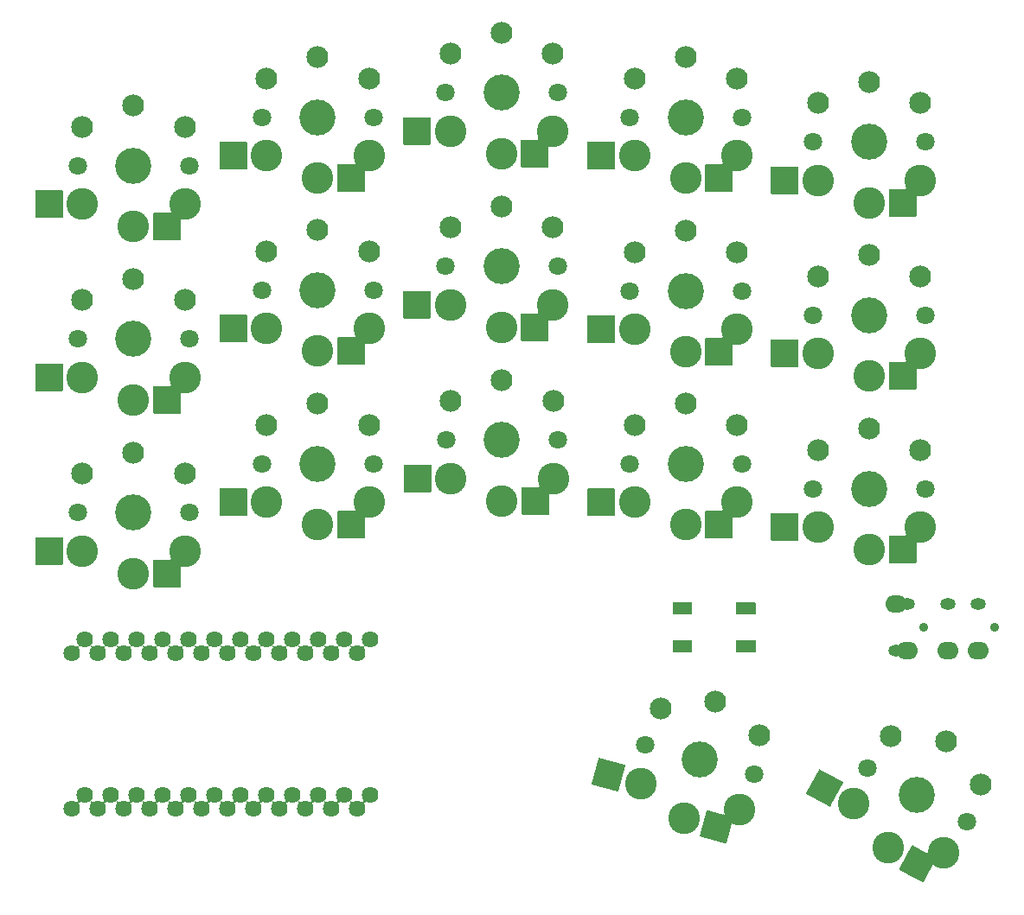
<source format=gbr>
G04 #@! TF.GenerationSoftware,KiCad,Pcbnew,(5.1.9-0-10_14)*
G04 #@! TF.CreationDate,2021-02-04T04:09:05-06:00*
G04 #@! TF.ProjectId,microredox,6d696372-6f72-4656-946f-782e6b696361,rev?*
G04 #@! TF.SameCoordinates,Original*
G04 #@! TF.FileFunction,Soldermask,Bot*
G04 #@! TF.FilePolarity,Negative*
%FSLAX46Y46*%
G04 Gerber Fmt 4.6, Leading zero omitted, Abs format (unit mm)*
G04 Created by KiCad (PCBNEW (5.1.9-0-10_14)) date 2021-02-04 04:09:05*
%MOMM*%
%LPD*%
G01*
G04 APERTURE LIST*
%ADD10C,1.626000*%
%ADD11O,1.502000X1.102000*%
%ADD12C,0.902000*%
%ADD13O,2.102000X1.702000*%
%ADD14C,2.134000*%
%ADD15C,3.102000*%
%ADD16C,3.531000*%
%ADD17C,1.803800*%
%ADD18C,0.100000*%
G04 APERTURE END LIST*
D10*
X35369500Y-144780000D03*
X37909500Y-144780000D03*
X40449500Y-144780000D03*
X42989500Y-144780000D03*
X45529500Y-144780000D03*
X48069500Y-144780000D03*
X50609500Y-144780000D03*
X53149500Y-144780000D03*
X55689500Y-144780000D03*
X58229500Y-144780000D03*
X60769500Y-144780000D03*
X63309500Y-144780000D03*
X63309500Y-129540000D03*
X60769500Y-129540000D03*
X58229500Y-129540000D03*
X55689500Y-129540000D03*
X53149500Y-129540000D03*
X50609500Y-129540000D03*
X48069500Y-129540000D03*
X45529500Y-129540000D03*
X42989500Y-129540000D03*
X40449500Y-129540000D03*
X37909500Y-129540000D03*
X35369500Y-129540000D03*
X34099500Y-146086400D03*
X36639500Y-146086400D03*
X39179500Y-146086400D03*
X41719500Y-146086400D03*
X44259500Y-146086400D03*
X46799500Y-146086400D03*
X49339500Y-146086400D03*
X51879500Y-146086400D03*
X54419500Y-146086400D03*
X56959500Y-146086400D03*
X59499500Y-146086400D03*
X62039500Y-146086400D03*
X62039500Y-130866400D03*
X59499500Y-130866400D03*
X56959500Y-130866400D03*
X54419500Y-130866400D03*
X51879500Y-130866400D03*
X49339500Y-130866400D03*
X46799500Y-130866400D03*
X44259500Y-130866400D03*
X41719500Y-130866400D03*
X39179500Y-130866400D03*
X36639500Y-130866400D03*
X34099500Y-130866400D03*
G36*
G01*
X94815500Y-129633500D02*
X94815500Y-130733500D01*
G75*
G02*
X94764500Y-130784500I-51000J0D01*
G01*
X92964500Y-130784500D01*
G75*
G02*
X92913500Y-130733500I0J51000D01*
G01*
X92913500Y-129633500D01*
G75*
G02*
X92964500Y-129582500I51000J0D01*
G01*
X94764500Y-129582500D01*
G75*
G02*
X94815500Y-129633500I0J-51000D01*
G01*
G37*
G36*
G01*
X101015500Y-125933500D02*
X101015500Y-127033500D01*
G75*
G02*
X100964500Y-127084500I-51000J0D01*
G01*
X99164500Y-127084500D01*
G75*
G02*
X99113500Y-127033500I0J51000D01*
G01*
X99113500Y-125933500D01*
G75*
G02*
X99164500Y-125882500I51000J0D01*
G01*
X100964500Y-125882500D01*
G75*
G02*
X101015500Y-125933500I0J-51000D01*
G01*
G37*
G36*
G01*
X94815500Y-125933500D02*
X94815500Y-127033500D01*
G75*
G02*
X94764500Y-127084500I-51000J0D01*
G01*
X92964500Y-127084500D01*
G75*
G02*
X92913500Y-127033500I0J51000D01*
G01*
X92913500Y-125933500D01*
G75*
G02*
X92964500Y-125882500I51000J0D01*
G01*
X94764500Y-125882500D01*
G75*
G02*
X94815500Y-125933500I0J-51000D01*
G01*
G37*
G36*
G01*
X101015500Y-129633500D02*
X101015500Y-130733500D01*
G75*
G02*
X100964500Y-130784500I-51000J0D01*
G01*
X99164500Y-130784500D01*
G75*
G02*
X99113500Y-130733500I0J51000D01*
G01*
X99113500Y-129633500D01*
G75*
G02*
X99164500Y-129582500I51000J0D01*
G01*
X100964500Y-129582500D01*
G75*
G02*
X101015500Y-129633500I0J-51000D01*
G01*
G37*
D11*
X114747500Y-130633500D03*
X115847500Y-126033500D03*
X119847500Y-126033500D03*
X122847500Y-126033500D03*
D12*
X124447500Y-128333500D03*
X117447500Y-128333500D03*
D13*
X119847500Y-130633500D03*
D12*
X124447500Y-128333500D03*
X117447500Y-128333500D03*
D13*
X122847500Y-130633500D03*
X115847500Y-130633500D03*
X114747500Y-126033500D03*
D14*
X123047289Y-143762789D03*
G36*
G01*
X109586032Y-143565754D02*
X108345419Y-145850679D01*
G75*
G02*
X108276264Y-145871164I-44820J24335D01*
G01*
X105991339Y-144630551D01*
G75*
G02*
X105970854Y-144561396I24335J44820D01*
G01*
X107211467Y-142276471D01*
G75*
G02*
X107280622Y-142255986I44820J-24335D01*
G01*
X109565547Y-143496599D01*
G75*
G02*
X109586032Y-143565754I-24335J-44820D01*
G01*
G37*
G36*
G01*
X118686620Y-151010336D02*
X117446007Y-153295261D01*
G75*
G02*
X117376852Y-153315746I-44820J24335D01*
G01*
X115091927Y-152075133D01*
G75*
G02*
X115071442Y-152005978I24335J44820D01*
G01*
X116312055Y-149721053D01*
G75*
G02*
X116381210Y-149700568I44820J-24335D01*
G01*
X118666135Y-150941181D01*
G75*
G02*
X118686620Y-151010336I-24335J-44820D01*
G01*
G37*
D15*
X110656569Y-145626270D03*
X114000905Y-149945462D03*
D14*
X119655237Y-139531479D03*
X114259118Y-138991201D03*
D16*
X116840000Y-144716500D03*
D15*
X119444740Y-150397858D03*
D17*
X112006506Y-142092127D03*
X121673494Y-147340873D03*
D14*
X117141000Y-110944500D03*
G36*
G01*
X105217000Y-117194500D02*
X105217000Y-119794500D01*
G75*
G02*
X105166000Y-119845500I-51000J0D01*
G01*
X102566000Y-119845500D01*
G75*
G02*
X102515000Y-119794500I0J51000D01*
G01*
X102515000Y-117194500D01*
G75*
G02*
X102566000Y-117143500I51000J0D01*
G01*
X105166000Y-117143500D01*
G75*
G02*
X105217000Y-117194500I0J-51000D01*
G01*
G37*
G36*
G01*
X116767000Y-119394500D02*
X116767000Y-121994500D01*
G75*
G02*
X116716000Y-122045500I-51000J0D01*
G01*
X114116000Y-122045500D01*
G75*
G02*
X114065000Y-121994500I0J51000D01*
G01*
X114065000Y-119394500D01*
G75*
G02*
X114116000Y-119343500I51000J0D01*
G01*
X116716000Y-119343500D01*
G75*
G02*
X116767000Y-119394500I0J-51000D01*
G01*
G37*
D15*
X107141000Y-118494500D03*
X112141000Y-120694500D03*
D14*
X112141000Y-108844500D03*
X107141000Y-110944500D03*
D16*
X112141000Y-114744500D03*
D15*
X117141000Y-118494500D03*
D17*
X106641000Y-114744500D03*
X117641000Y-114744500D03*
D14*
X117141000Y-93926500D03*
G36*
G01*
X105217000Y-100176500D02*
X105217000Y-102776500D01*
G75*
G02*
X105166000Y-102827500I-51000J0D01*
G01*
X102566000Y-102827500D01*
G75*
G02*
X102515000Y-102776500I0J51000D01*
G01*
X102515000Y-100176500D01*
G75*
G02*
X102566000Y-100125500I51000J0D01*
G01*
X105166000Y-100125500D01*
G75*
G02*
X105217000Y-100176500I0J-51000D01*
G01*
G37*
G36*
G01*
X116767000Y-102376500D02*
X116767000Y-104976500D01*
G75*
G02*
X116716000Y-105027500I-51000J0D01*
G01*
X114116000Y-105027500D01*
G75*
G02*
X114065000Y-104976500I0J51000D01*
G01*
X114065000Y-102376500D01*
G75*
G02*
X114116000Y-102325500I51000J0D01*
G01*
X116716000Y-102325500D01*
G75*
G02*
X116767000Y-102376500I0J-51000D01*
G01*
G37*
D15*
X107141000Y-101476500D03*
X112141000Y-103676500D03*
D14*
X112141000Y-91826500D03*
X107141000Y-93926500D03*
D16*
X112141000Y-97726500D03*
D15*
X117141000Y-101476500D03*
D17*
X106641000Y-97726500D03*
X117641000Y-97726500D03*
D14*
X117141000Y-76972000D03*
G36*
G01*
X105217000Y-83222000D02*
X105217000Y-85822000D01*
G75*
G02*
X105166000Y-85873000I-51000J0D01*
G01*
X102566000Y-85873000D01*
G75*
G02*
X102515000Y-85822000I0J51000D01*
G01*
X102515000Y-83222000D01*
G75*
G02*
X102566000Y-83171000I51000J0D01*
G01*
X105166000Y-83171000D01*
G75*
G02*
X105217000Y-83222000I0J-51000D01*
G01*
G37*
G36*
G01*
X116767000Y-85422000D02*
X116767000Y-88022000D01*
G75*
G02*
X116716000Y-88073000I-51000J0D01*
G01*
X114116000Y-88073000D01*
G75*
G02*
X114065000Y-88022000I0J51000D01*
G01*
X114065000Y-85422000D01*
G75*
G02*
X114116000Y-85371000I51000J0D01*
G01*
X116716000Y-85371000D01*
G75*
G02*
X116767000Y-85422000I0J-51000D01*
G01*
G37*
D15*
X107141000Y-84522000D03*
X112141000Y-86722000D03*
D14*
X112141000Y-74872000D03*
X107141000Y-76972000D03*
D16*
X112141000Y-80772000D03*
D15*
X117141000Y-84522000D03*
D17*
X106641000Y-80772000D03*
X117641000Y-80772000D03*
D14*
X101380642Y-138911077D03*
G36*
G01*
X88245322Y-141861955D02*
X87572393Y-144373362D01*
G75*
G02*
X87509931Y-144409424I-49262J13200D01*
G01*
X84998524Y-143736495D01*
G75*
G02*
X84962462Y-143674033I13200J49262D01*
G01*
X85635391Y-141162626D01*
G75*
G02*
X85697853Y-141126564I49262J-13200D01*
G01*
X88209260Y-141799493D01*
G75*
G02*
X88245322Y-141861955I-13200J-49262D01*
G01*
G37*
G36*
G01*
X98832364Y-146976352D02*
X98159435Y-149487759D01*
G75*
G02*
X98096973Y-149523821I-49262J13200D01*
G01*
X95585566Y-148850892D01*
G75*
G02*
X95549504Y-148788430I13200J49262D01*
G01*
X96222433Y-146277023D01*
G75*
G02*
X96284895Y-146240961I49262J-13200D01*
G01*
X98796302Y-146913890D01*
G75*
G02*
X98832364Y-146976352I-13200J-49262D01*
G01*
G37*
D15*
X89767299Y-143615627D03*
X94027527Y-147034759D03*
D14*
X97094532Y-135588538D03*
X91721383Y-136322887D03*
D16*
X95567500Y-141287500D03*
D15*
X99426558Y-146203817D03*
D17*
X90254908Y-139863995D03*
X100880092Y-142711005D03*
D14*
X99170500Y-108531500D03*
G36*
G01*
X87246500Y-114781500D02*
X87246500Y-117381500D01*
G75*
G02*
X87195500Y-117432500I-51000J0D01*
G01*
X84595500Y-117432500D01*
G75*
G02*
X84544500Y-117381500I0J51000D01*
G01*
X84544500Y-114781500D01*
G75*
G02*
X84595500Y-114730500I51000J0D01*
G01*
X87195500Y-114730500D01*
G75*
G02*
X87246500Y-114781500I0J-51000D01*
G01*
G37*
G36*
G01*
X98796500Y-116981500D02*
X98796500Y-119581500D01*
G75*
G02*
X98745500Y-119632500I-51000J0D01*
G01*
X96145500Y-119632500D01*
G75*
G02*
X96094500Y-119581500I0J51000D01*
G01*
X96094500Y-116981500D01*
G75*
G02*
X96145500Y-116930500I51000J0D01*
G01*
X98745500Y-116930500D01*
G75*
G02*
X98796500Y-116981500I0J-51000D01*
G01*
G37*
D15*
X89170500Y-116081500D03*
X94170500Y-118281500D03*
D14*
X94170500Y-106431500D03*
X89170500Y-108531500D03*
D16*
X94170500Y-112331500D03*
D15*
X99170500Y-116081500D03*
D17*
X88670500Y-112331500D03*
X99670500Y-112331500D03*
D14*
X99170500Y-91577000D03*
G36*
G01*
X87246500Y-97827000D02*
X87246500Y-100427000D01*
G75*
G02*
X87195500Y-100478000I-51000J0D01*
G01*
X84595500Y-100478000D01*
G75*
G02*
X84544500Y-100427000I0J51000D01*
G01*
X84544500Y-97827000D01*
G75*
G02*
X84595500Y-97776000I51000J0D01*
G01*
X87195500Y-97776000D01*
G75*
G02*
X87246500Y-97827000I0J-51000D01*
G01*
G37*
G36*
G01*
X98796500Y-100027000D02*
X98796500Y-102627000D01*
G75*
G02*
X98745500Y-102678000I-51000J0D01*
G01*
X96145500Y-102678000D01*
G75*
G02*
X96094500Y-102627000I0J51000D01*
G01*
X96094500Y-100027000D01*
G75*
G02*
X96145500Y-99976000I51000J0D01*
G01*
X98745500Y-99976000D01*
G75*
G02*
X98796500Y-100027000I0J-51000D01*
G01*
G37*
D15*
X89170500Y-99127000D03*
X94170500Y-101327000D03*
D14*
X94170500Y-89477000D03*
X89170500Y-91577000D03*
D16*
X94170500Y-95377000D03*
D15*
X99170500Y-99127000D03*
D17*
X88670500Y-95377000D03*
X99670500Y-95377000D03*
D14*
X99170500Y-74559000D03*
G36*
G01*
X87246500Y-80809000D02*
X87246500Y-83409000D01*
G75*
G02*
X87195500Y-83460000I-51000J0D01*
G01*
X84595500Y-83460000D01*
G75*
G02*
X84544500Y-83409000I0J51000D01*
G01*
X84544500Y-80809000D01*
G75*
G02*
X84595500Y-80758000I51000J0D01*
G01*
X87195500Y-80758000D01*
G75*
G02*
X87246500Y-80809000I0J-51000D01*
G01*
G37*
G36*
G01*
X98796500Y-83009000D02*
X98796500Y-85609000D01*
G75*
G02*
X98745500Y-85660000I-51000J0D01*
G01*
X96145500Y-85660000D01*
G75*
G02*
X96094500Y-85609000I0J51000D01*
G01*
X96094500Y-83009000D01*
G75*
G02*
X96145500Y-82958000I51000J0D01*
G01*
X98745500Y-82958000D01*
G75*
G02*
X98796500Y-83009000I0J-51000D01*
G01*
G37*
D15*
X89170500Y-82109000D03*
X94170500Y-84309000D03*
D14*
X94170500Y-72459000D03*
X89170500Y-74559000D03*
D16*
X94170500Y-78359000D03*
D15*
X99170500Y-82109000D03*
D17*
X88670500Y-78359000D03*
X99670500Y-78359000D03*
D14*
X81200000Y-106182000D03*
G36*
G01*
X69276000Y-112432000D02*
X69276000Y-115032000D01*
G75*
G02*
X69225000Y-115083000I-51000J0D01*
G01*
X66625000Y-115083000D01*
G75*
G02*
X66574000Y-115032000I0J51000D01*
G01*
X66574000Y-112432000D01*
G75*
G02*
X66625000Y-112381000I51000J0D01*
G01*
X69225000Y-112381000D01*
G75*
G02*
X69276000Y-112432000I0J-51000D01*
G01*
G37*
G36*
G01*
X80826000Y-114632000D02*
X80826000Y-117232000D01*
G75*
G02*
X80775000Y-117283000I-51000J0D01*
G01*
X78175000Y-117283000D01*
G75*
G02*
X78124000Y-117232000I0J51000D01*
G01*
X78124000Y-114632000D01*
G75*
G02*
X78175000Y-114581000I51000J0D01*
G01*
X80775000Y-114581000D01*
G75*
G02*
X80826000Y-114632000I0J-51000D01*
G01*
G37*
D15*
X71200000Y-113732000D03*
X76200000Y-115932000D03*
D14*
X76200000Y-104082000D03*
X71200000Y-106182000D03*
D16*
X76200000Y-109982000D03*
D15*
X81200000Y-113732000D03*
D17*
X70700000Y-109982000D03*
X81700000Y-109982000D03*
D14*
X81136500Y-89164000D03*
G36*
G01*
X69212500Y-95414000D02*
X69212500Y-98014000D01*
G75*
G02*
X69161500Y-98065000I-51000J0D01*
G01*
X66561500Y-98065000D01*
G75*
G02*
X66510500Y-98014000I0J51000D01*
G01*
X66510500Y-95414000D01*
G75*
G02*
X66561500Y-95363000I51000J0D01*
G01*
X69161500Y-95363000D01*
G75*
G02*
X69212500Y-95414000I0J-51000D01*
G01*
G37*
G36*
G01*
X80762500Y-97614000D02*
X80762500Y-100214000D01*
G75*
G02*
X80711500Y-100265000I-51000J0D01*
G01*
X78111500Y-100265000D01*
G75*
G02*
X78060500Y-100214000I0J51000D01*
G01*
X78060500Y-97614000D01*
G75*
G02*
X78111500Y-97563000I51000J0D01*
G01*
X80711500Y-97563000D01*
G75*
G02*
X80762500Y-97614000I0J-51000D01*
G01*
G37*
D15*
X71136500Y-96714000D03*
X76136500Y-98914000D03*
D14*
X76136500Y-87064000D03*
X71136500Y-89164000D03*
D16*
X76136500Y-92964000D03*
D15*
X81136500Y-96714000D03*
D17*
X70636500Y-92964000D03*
X81636500Y-92964000D03*
D14*
X81136500Y-72146000D03*
G36*
G01*
X69212500Y-78396000D02*
X69212500Y-80996000D01*
G75*
G02*
X69161500Y-81047000I-51000J0D01*
G01*
X66561500Y-81047000D01*
G75*
G02*
X66510500Y-80996000I0J51000D01*
G01*
X66510500Y-78396000D01*
G75*
G02*
X66561500Y-78345000I51000J0D01*
G01*
X69161500Y-78345000D01*
G75*
G02*
X69212500Y-78396000I0J-51000D01*
G01*
G37*
G36*
G01*
X80762500Y-80596000D02*
X80762500Y-83196000D01*
G75*
G02*
X80711500Y-83247000I-51000J0D01*
G01*
X78111500Y-83247000D01*
G75*
G02*
X78060500Y-83196000I0J51000D01*
G01*
X78060500Y-80596000D01*
G75*
G02*
X78111500Y-80545000I51000J0D01*
G01*
X80711500Y-80545000D01*
G75*
G02*
X80762500Y-80596000I0J-51000D01*
G01*
G37*
D15*
X71136500Y-79696000D03*
X76136500Y-81896000D03*
D14*
X76136500Y-70046000D03*
X71136500Y-72146000D03*
D16*
X76136500Y-75946000D03*
D15*
X81136500Y-79696000D03*
D17*
X70636500Y-75946000D03*
X81636500Y-75946000D03*
D14*
X63166000Y-108531500D03*
G36*
G01*
X51242000Y-114781500D02*
X51242000Y-117381500D01*
G75*
G02*
X51191000Y-117432500I-51000J0D01*
G01*
X48591000Y-117432500D01*
G75*
G02*
X48540000Y-117381500I0J51000D01*
G01*
X48540000Y-114781500D01*
G75*
G02*
X48591000Y-114730500I51000J0D01*
G01*
X51191000Y-114730500D01*
G75*
G02*
X51242000Y-114781500I0J-51000D01*
G01*
G37*
G36*
G01*
X62792000Y-116981500D02*
X62792000Y-119581500D01*
G75*
G02*
X62741000Y-119632500I-51000J0D01*
G01*
X60141000Y-119632500D01*
G75*
G02*
X60090000Y-119581500I0J51000D01*
G01*
X60090000Y-116981500D01*
G75*
G02*
X60141000Y-116930500I51000J0D01*
G01*
X62741000Y-116930500D01*
G75*
G02*
X62792000Y-116981500I0J-51000D01*
G01*
G37*
D15*
X53166000Y-116081500D03*
X58166000Y-118281500D03*
D14*
X58166000Y-106431500D03*
X53166000Y-108531500D03*
D16*
X58166000Y-112331500D03*
D15*
X63166000Y-116081500D03*
D17*
X52666000Y-112331500D03*
X63666000Y-112331500D03*
D14*
X63166000Y-91513500D03*
G36*
G01*
X51242000Y-97763500D02*
X51242000Y-100363500D01*
G75*
G02*
X51191000Y-100414500I-51000J0D01*
G01*
X48591000Y-100414500D01*
G75*
G02*
X48540000Y-100363500I0J51000D01*
G01*
X48540000Y-97763500D01*
G75*
G02*
X48591000Y-97712500I51000J0D01*
G01*
X51191000Y-97712500D01*
G75*
G02*
X51242000Y-97763500I0J-51000D01*
G01*
G37*
G36*
G01*
X62792000Y-99963500D02*
X62792000Y-102563500D01*
G75*
G02*
X62741000Y-102614500I-51000J0D01*
G01*
X60141000Y-102614500D01*
G75*
G02*
X60090000Y-102563500I0J51000D01*
G01*
X60090000Y-99963500D01*
G75*
G02*
X60141000Y-99912500I51000J0D01*
G01*
X62741000Y-99912500D01*
G75*
G02*
X62792000Y-99963500I0J-51000D01*
G01*
G37*
D15*
X53166000Y-99063500D03*
X58166000Y-101263500D03*
D14*
X58166000Y-89413500D03*
X53166000Y-91513500D03*
D16*
X58166000Y-95313500D03*
D15*
X63166000Y-99063500D03*
D17*
X52666000Y-95313500D03*
X63666000Y-95313500D03*
D14*
X63166000Y-74559000D03*
G36*
G01*
X51242000Y-80809000D02*
X51242000Y-83409000D01*
G75*
G02*
X51191000Y-83460000I-51000J0D01*
G01*
X48591000Y-83460000D01*
G75*
G02*
X48540000Y-83409000I0J51000D01*
G01*
X48540000Y-80809000D01*
G75*
G02*
X48591000Y-80758000I51000J0D01*
G01*
X51191000Y-80758000D01*
G75*
G02*
X51242000Y-80809000I0J-51000D01*
G01*
G37*
G36*
G01*
X62792000Y-83009000D02*
X62792000Y-85609000D01*
G75*
G02*
X62741000Y-85660000I-51000J0D01*
G01*
X60141000Y-85660000D01*
G75*
G02*
X60090000Y-85609000I0J51000D01*
G01*
X60090000Y-83009000D01*
G75*
G02*
X60141000Y-82958000I51000J0D01*
G01*
X62741000Y-82958000D01*
G75*
G02*
X62792000Y-83009000I0J-51000D01*
G01*
G37*
D15*
X53166000Y-82109000D03*
X58166000Y-84309000D03*
D14*
X58166000Y-72459000D03*
X53166000Y-74559000D03*
D16*
X58166000Y-78359000D03*
D15*
X63166000Y-82109000D03*
D17*
X52666000Y-78359000D03*
X63666000Y-78359000D03*
D14*
X45132000Y-113294000D03*
G36*
G01*
X33208000Y-119544000D02*
X33208000Y-122144000D01*
G75*
G02*
X33157000Y-122195000I-51000J0D01*
G01*
X30557000Y-122195000D01*
G75*
G02*
X30506000Y-122144000I0J51000D01*
G01*
X30506000Y-119544000D01*
G75*
G02*
X30557000Y-119493000I51000J0D01*
G01*
X33157000Y-119493000D01*
G75*
G02*
X33208000Y-119544000I0J-51000D01*
G01*
G37*
G36*
G01*
X44758000Y-121744000D02*
X44758000Y-124344000D01*
G75*
G02*
X44707000Y-124395000I-51000J0D01*
G01*
X42107000Y-124395000D01*
G75*
G02*
X42056000Y-124344000I0J51000D01*
G01*
X42056000Y-121744000D01*
G75*
G02*
X42107000Y-121693000I51000J0D01*
G01*
X44707000Y-121693000D01*
G75*
G02*
X44758000Y-121744000I0J-51000D01*
G01*
G37*
D15*
X35132000Y-120844000D03*
X40132000Y-123044000D03*
D14*
X40132000Y-111194000D03*
X35132000Y-113294000D03*
D16*
X40132000Y-117094000D03*
D15*
X45132000Y-120844000D03*
D17*
X34632000Y-117094000D03*
X45632000Y-117094000D03*
D14*
X45132000Y-96276000D03*
G36*
G01*
X33208000Y-102526000D02*
X33208000Y-105126000D01*
G75*
G02*
X33157000Y-105177000I-51000J0D01*
G01*
X30557000Y-105177000D01*
G75*
G02*
X30506000Y-105126000I0J51000D01*
G01*
X30506000Y-102526000D01*
G75*
G02*
X30557000Y-102475000I51000J0D01*
G01*
X33157000Y-102475000D01*
G75*
G02*
X33208000Y-102526000I0J-51000D01*
G01*
G37*
G36*
G01*
X44758000Y-104726000D02*
X44758000Y-107326000D01*
G75*
G02*
X44707000Y-107377000I-51000J0D01*
G01*
X42107000Y-107377000D01*
G75*
G02*
X42056000Y-107326000I0J51000D01*
G01*
X42056000Y-104726000D01*
G75*
G02*
X42107000Y-104675000I51000J0D01*
G01*
X44707000Y-104675000D01*
G75*
G02*
X44758000Y-104726000I0J-51000D01*
G01*
G37*
D15*
X35132000Y-103826000D03*
X40132000Y-106026000D03*
D14*
X40132000Y-94176000D03*
X35132000Y-96276000D03*
D16*
X40132000Y-100076000D03*
D15*
X45132000Y-103826000D03*
D17*
X34632000Y-100076000D03*
X45632000Y-100076000D03*
D14*
X45132000Y-79321500D03*
G36*
G01*
X33208000Y-85571500D02*
X33208000Y-88171500D01*
G75*
G02*
X33157000Y-88222500I-51000J0D01*
G01*
X30557000Y-88222500D01*
G75*
G02*
X30506000Y-88171500I0J51000D01*
G01*
X30506000Y-85571500D01*
G75*
G02*
X30557000Y-85520500I51000J0D01*
G01*
X33157000Y-85520500D01*
G75*
G02*
X33208000Y-85571500I0J-51000D01*
G01*
G37*
G36*
G01*
X44758000Y-87771500D02*
X44758000Y-90371500D01*
G75*
G02*
X44707000Y-90422500I-51000J0D01*
G01*
X42107000Y-90422500D01*
G75*
G02*
X42056000Y-90371500I0J51000D01*
G01*
X42056000Y-87771500D01*
G75*
G02*
X42107000Y-87720500I51000J0D01*
G01*
X44707000Y-87720500D01*
G75*
G02*
X44758000Y-87771500I0J-51000D01*
G01*
G37*
D15*
X35132000Y-86871500D03*
X40132000Y-89071500D03*
D14*
X40132000Y-77221500D03*
X35132000Y-79321500D03*
D16*
X40132000Y-83121500D03*
D15*
X45132000Y-86871500D03*
D17*
X34632000Y-83121500D03*
X45632000Y-83121500D03*
D18*
G36*
X115280494Y-151623048D02*
G01*
X115280547Y-151625047D01*
X115049820Y-152049994D01*
X117420868Y-153337368D01*
X118119937Y-152049843D01*
X118121643Y-152048798D01*
X118123400Y-152049752D01*
X118123453Y-152051751D01*
X117423429Y-153341035D01*
X117421723Y-153342080D01*
X117420717Y-153341839D01*
X115046153Y-152052555D01*
X115045108Y-152050849D01*
X115045349Y-152049843D01*
X115277031Y-151623139D01*
X115278737Y-151622094D01*
X115280494Y-151623048D01*
G37*
G36*
X116337345Y-149674475D02*
G01*
X117718036Y-150424130D01*
X117740340Y-150433541D01*
X117763955Y-150438398D01*
X117788066Y-150438557D01*
X117811741Y-150434009D01*
X117834078Y-150424927D01*
X117854210Y-150411663D01*
X117871368Y-150394729D01*
X117884896Y-150374767D01*
X117894269Y-150352554D01*
X117899136Y-150328892D01*
X117899211Y-150327461D01*
X117900300Y-150325784D01*
X117902297Y-150325889D01*
X117903208Y-150327566D01*
X117903208Y-150525861D01*
X117902208Y-150527593D01*
X117900254Y-150527619D01*
X116337194Y-149678946D01*
X115984504Y-150328520D01*
X115982798Y-150329565D01*
X115981041Y-150328611D01*
X115980988Y-150326612D01*
X116334633Y-149675279D01*
X116336339Y-149674234D01*
X116337345Y-149674475D01*
G37*
G36*
X97912557Y-146494051D02*
G01*
X97944268Y-146653467D01*
X97958647Y-146688181D01*
X97958386Y-146690164D01*
X97956281Y-146690878D01*
X97754830Y-146636900D01*
X97753416Y-146635486D01*
X97753934Y-146633554D01*
X97755674Y-146632995D01*
X97779652Y-146636953D01*
X97803750Y-146636164D01*
X97827232Y-146630689D01*
X97849190Y-146620739D01*
X97868791Y-146606694D01*
X97885272Y-146589097D01*
X97898001Y-146568628D01*
X97906497Y-146546056D01*
X97910417Y-146522306D01*
X97908599Y-146494572D01*
X97909484Y-146492778D01*
X97911480Y-146492647D01*
X97912557Y-146494051D01*
G37*
G36*
X107236757Y-142229893D02*
G01*
X109611321Y-143519177D01*
X109612366Y-143520883D01*
X109612125Y-143521889D01*
X108686524Y-145226632D01*
X108677733Y-145242823D01*
X108589058Y-145406142D01*
X108587283Y-145409411D01*
X108585196Y-145413255D01*
X108553940Y-145470821D01*
X108543927Y-145489263D01*
X108533643Y-145508204D01*
X108521909Y-145529815D01*
X108499226Y-145571592D01*
X108322841Y-145896453D01*
X108320129Y-145897257D01*
X105945565Y-144607973D01*
X105944520Y-144606267D01*
X105944724Y-144605412D01*
X105949232Y-144605412D01*
X108320280Y-145892786D01*
X108495710Y-145569684D01*
X108518393Y-145527907D01*
X108530127Y-145506296D01*
X108540411Y-145487355D01*
X108550424Y-145468913D01*
X108581680Y-145411347D01*
X108583767Y-145407503D01*
X108585542Y-145404234D01*
X108674217Y-145240915D01*
X108683008Y-145224724D01*
X109607654Y-143521738D01*
X107236606Y-142234364D01*
X105949232Y-144605412D01*
X105944724Y-144605412D01*
X105944761Y-144605261D01*
X107234045Y-142230697D01*
X107235751Y-142229652D01*
X107236757Y-142229893D01*
G37*
G36*
X42315877Y-145224567D02*
G01*
X42362597Y-145294488D01*
X42475012Y-145406903D01*
X42566755Y-145468204D01*
X42567640Y-145469998D01*
X42566529Y-145471661D01*
X42564701Y-145471631D01*
X42548682Y-145463069D01*
X42525607Y-145456069D01*
X42501616Y-145453706D01*
X42477625Y-145456069D01*
X42454550Y-145463069D01*
X42433286Y-145474434D01*
X42414649Y-145489730D01*
X42399354Y-145508366D01*
X42387989Y-145529630D01*
X42380989Y-145552705D01*
X42378626Y-145576696D01*
X42380989Y-145600687D01*
X42387989Y-145623762D01*
X42396550Y-145639779D01*
X42396484Y-145641778D01*
X42394721Y-145642721D01*
X42393123Y-145641833D01*
X42346403Y-145571912D01*
X42233988Y-145459497D01*
X42142245Y-145398196D01*
X42141360Y-145396402D01*
X42142471Y-145394739D01*
X42144299Y-145394769D01*
X42160318Y-145403331D01*
X42183393Y-145410331D01*
X42207384Y-145412694D01*
X42231375Y-145410331D01*
X42254450Y-145403331D01*
X42275714Y-145391966D01*
X42294351Y-145376670D01*
X42309646Y-145358034D01*
X42321011Y-145336770D01*
X42328011Y-145313695D01*
X42330374Y-145289704D01*
X42328011Y-145265713D01*
X42321011Y-145242638D01*
X42312450Y-145226621D01*
X42312516Y-145224622D01*
X42314279Y-145223679D01*
X42315877Y-145224567D01*
G37*
G36*
X52475877Y-145224567D02*
G01*
X52522597Y-145294488D01*
X52635012Y-145406903D01*
X52726755Y-145468204D01*
X52727640Y-145469998D01*
X52726529Y-145471661D01*
X52724701Y-145471631D01*
X52708682Y-145463069D01*
X52685607Y-145456069D01*
X52661616Y-145453706D01*
X52637625Y-145456069D01*
X52614550Y-145463069D01*
X52593286Y-145474434D01*
X52574649Y-145489730D01*
X52559354Y-145508366D01*
X52547989Y-145529630D01*
X52540989Y-145552705D01*
X52538626Y-145576696D01*
X52540989Y-145600687D01*
X52547989Y-145623762D01*
X52556550Y-145639779D01*
X52556484Y-145641778D01*
X52554721Y-145642721D01*
X52553123Y-145641833D01*
X52506403Y-145571912D01*
X52393988Y-145459497D01*
X52302245Y-145398196D01*
X52301360Y-145396402D01*
X52302471Y-145394739D01*
X52304299Y-145394769D01*
X52320318Y-145403331D01*
X52343393Y-145410331D01*
X52367384Y-145412694D01*
X52391375Y-145410331D01*
X52414450Y-145403331D01*
X52435714Y-145391966D01*
X52454351Y-145376670D01*
X52469646Y-145358034D01*
X52481011Y-145336770D01*
X52488011Y-145313695D01*
X52490374Y-145289704D01*
X52488011Y-145265713D01*
X52481011Y-145242638D01*
X52472450Y-145226621D01*
X52472516Y-145224622D01*
X52474279Y-145223679D01*
X52475877Y-145224567D01*
G37*
G36*
X34695877Y-145224567D02*
G01*
X34742597Y-145294488D01*
X34855012Y-145406903D01*
X34946755Y-145468204D01*
X34947640Y-145469998D01*
X34946529Y-145471661D01*
X34944701Y-145471631D01*
X34928682Y-145463069D01*
X34905607Y-145456069D01*
X34881616Y-145453706D01*
X34857625Y-145456069D01*
X34834550Y-145463069D01*
X34813286Y-145474434D01*
X34794649Y-145489730D01*
X34779354Y-145508366D01*
X34767989Y-145529630D01*
X34760989Y-145552705D01*
X34758626Y-145576696D01*
X34760989Y-145600687D01*
X34767989Y-145623762D01*
X34776550Y-145639779D01*
X34776484Y-145641778D01*
X34774721Y-145642721D01*
X34773123Y-145641833D01*
X34726403Y-145571912D01*
X34613988Y-145459497D01*
X34522245Y-145398196D01*
X34521360Y-145396402D01*
X34522471Y-145394739D01*
X34524299Y-145394769D01*
X34540318Y-145403331D01*
X34563393Y-145410331D01*
X34587384Y-145412694D01*
X34611375Y-145410331D01*
X34634450Y-145403331D01*
X34655714Y-145391966D01*
X34674351Y-145376670D01*
X34689646Y-145358034D01*
X34701011Y-145336770D01*
X34708011Y-145313695D01*
X34710374Y-145289704D01*
X34708011Y-145265713D01*
X34701011Y-145242638D01*
X34692450Y-145226621D01*
X34692516Y-145224622D01*
X34694279Y-145223679D01*
X34695877Y-145224567D01*
G37*
G36*
X49935877Y-145224567D02*
G01*
X49982597Y-145294488D01*
X50095012Y-145406903D01*
X50186755Y-145468204D01*
X50187640Y-145469998D01*
X50186529Y-145471661D01*
X50184701Y-145471631D01*
X50168682Y-145463069D01*
X50145607Y-145456069D01*
X50121616Y-145453706D01*
X50097625Y-145456069D01*
X50074550Y-145463069D01*
X50053286Y-145474434D01*
X50034649Y-145489730D01*
X50019354Y-145508366D01*
X50007989Y-145529630D01*
X50000989Y-145552705D01*
X49998626Y-145576696D01*
X50000989Y-145600687D01*
X50007989Y-145623762D01*
X50016550Y-145639779D01*
X50016484Y-145641778D01*
X50014721Y-145642721D01*
X50013123Y-145641833D01*
X49966403Y-145571912D01*
X49853988Y-145459497D01*
X49762245Y-145398196D01*
X49761360Y-145396402D01*
X49762471Y-145394739D01*
X49764299Y-145394769D01*
X49780318Y-145403331D01*
X49803393Y-145410331D01*
X49827384Y-145412694D01*
X49851375Y-145410331D01*
X49874450Y-145403331D01*
X49895714Y-145391966D01*
X49914351Y-145376670D01*
X49929646Y-145358034D01*
X49941011Y-145336770D01*
X49948011Y-145313695D01*
X49950374Y-145289704D01*
X49948011Y-145265713D01*
X49941011Y-145242638D01*
X49932450Y-145226621D01*
X49932516Y-145224622D01*
X49934279Y-145223679D01*
X49935877Y-145224567D01*
G37*
G36*
X44855877Y-145224567D02*
G01*
X44902597Y-145294488D01*
X45015012Y-145406903D01*
X45106755Y-145468204D01*
X45107640Y-145469998D01*
X45106529Y-145471661D01*
X45104701Y-145471631D01*
X45088682Y-145463069D01*
X45065607Y-145456069D01*
X45041616Y-145453706D01*
X45017625Y-145456069D01*
X44994550Y-145463069D01*
X44973286Y-145474434D01*
X44954649Y-145489730D01*
X44939354Y-145508366D01*
X44927989Y-145529630D01*
X44920989Y-145552705D01*
X44918626Y-145576696D01*
X44920989Y-145600687D01*
X44927989Y-145623762D01*
X44936550Y-145639779D01*
X44936484Y-145641778D01*
X44934721Y-145642721D01*
X44933123Y-145641833D01*
X44886403Y-145571912D01*
X44773988Y-145459497D01*
X44682245Y-145398196D01*
X44681360Y-145396402D01*
X44682471Y-145394739D01*
X44684299Y-145394769D01*
X44700318Y-145403331D01*
X44723393Y-145410331D01*
X44747384Y-145412694D01*
X44771375Y-145410331D01*
X44794450Y-145403331D01*
X44815714Y-145391966D01*
X44834351Y-145376670D01*
X44849646Y-145358034D01*
X44861011Y-145336770D01*
X44868011Y-145313695D01*
X44870374Y-145289704D01*
X44868011Y-145265713D01*
X44861011Y-145242638D01*
X44852450Y-145226621D01*
X44852516Y-145224622D01*
X44854279Y-145223679D01*
X44855877Y-145224567D01*
G37*
G36*
X39775877Y-145224567D02*
G01*
X39822597Y-145294488D01*
X39935012Y-145406903D01*
X40026755Y-145468204D01*
X40027640Y-145469998D01*
X40026529Y-145471661D01*
X40024701Y-145471631D01*
X40008682Y-145463069D01*
X39985607Y-145456069D01*
X39961616Y-145453706D01*
X39937625Y-145456069D01*
X39914550Y-145463069D01*
X39893286Y-145474434D01*
X39874649Y-145489730D01*
X39859354Y-145508366D01*
X39847989Y-145529630D01*
X39840989Y-145552705D01*
X39838626Y-145576696D01*
X39840989Y-145600687D01*
X39847989Y-145623762D01*
X39856550Y-145639779D01*
X39856484Y-145641778D01*
X39854721Y-145642721D01*
X39853123Y-145641833D01*
X39806403Y-145571912D01*
X39693988Y-145459497D01*
X39602245Y-145398196D01*
X39601360Y-145396402D01*
X39602471Y-145394739D01*
X39604299Y-145394769D01*
X39620318Y-145403331D01*
X39643393Y-145410331D01*
X39667384Y-145412694D01*
X39691375Y-145410331D01*
X39714450Y-145403331D01*
X39735714Y-145391966D01*
X39754351Y-145376670D01*
X39769646Y-145358034D01*
X39781011Y-145336770D01*
X39788011Y-145313695D01*
X39790374Y-145289704D01*
X39788011Y-145265713D01*
X39781011Y-145242638D01*
X39772450Y-145226621D01*
X39772516Y-145224622D01*
X39774279Y-145223679D01*
X39775877Y-145224567D01*
G37*
G36*
X60095877Y-145224567D02*
G01*
X60142597Y-145294488D01*
X60255012Y-145406903D01*
X60346755Y-145468204D01*
X60347640Y-145469998D01*
X60346529Y-145471661D01*
X60344701Y-145471631D01*
X60328682Y-145463069D01*
X60305607Y-145456069D01*
X60281616Y-145453706D01*
X60257625Y-145456069D01*
X60234550Y-145463069D01*
X60213286Y-145474434D01*
X60194649Y-145489730D01*
X60179354Y-145508366D01*
X60167989Y-145529630D01*
X60160989Y-145552705D01*
X60158626Y-145576696D01*
X60160989Y-145600687D01*
X60167989Y-145623762D01*
X60176550Y-145639779D01*
X60176484Y-145641778D01*
X60174721Y-145642721D01*
X60173123Y-145641833D01*
X60126403Y-145571912D01*
X60013988Y-145459497D01*
X59922245Y-145398196D01*
X59921360Y-145396402D01*
X59922471Y-145394739D01*
X59924299Y-145394769D01*
X59940318Y-145403331D01*
X59963393Y-145410331D01*
X59987384Y-145412694D01*
X60011375Y-145410331D01*
X60034450Y-145403331D01*
X60055714Y-145391966D01*
X60074351Y-145376670D01*
X60089646Y-145358034D01*
X60101011Y-145336770D01*
X60108011Y-145313695D01*
X60110374Y-145289704D01*
X60108011Y-145265713D01*
X60101011Y-145242638D01*
X60092450Y-145226621D01*
X60092516Y-145224622D01*
X60094279Y-145223679D01*
X60095877Y-145224567D01*
G37*
G36*
X57555877Y-145224567D02*
G01*
X57602597Y-145294488D01*
X57715012Y-145406903D01*
X57806755Y-145468204D01*
X57807640Y-145469998D01*
X57806529Y-145471661D01*
X57804701Y-145471631D01*
X57788682Y-145463069D01*
X57765607Y-145456069D01*
X57741616Y-145453706D01*
X57717625Y-145456069D01*
X57694550Y-145463069D01*
X57673286Y-145474434D01*
X57654649Y-145489730D01*
X57639354Y-145508366D01*
X57627989Y-145529630D01*
X57620989Y-145552705D01*
X57618626Y-145576696D01*
X57620989Y-145600687D01*
X57627989Y-145623762D01*
X57636550Y-145639779D01*
X57636484Y-145641778D01*
X57634721Y-145642721D01*
X57633123Y-145641833D01*
X57586403Y-145571912D01*
X57473988Y-145459497D01*
X57382245Y-145398196D01*
X57381360Y-145396402D01*
X57382471Y-145394739D01*
X57384299Y-145394769D01*
X57400318Y-145403331D01*
X57423393Y-145410331D01*
X57447384Y-145412694D01*
X57471375Y-145410331D01*
X57494450Y-145403331D01*
X57515714Y-145391966D01*
X57534351Y-145376670D01*
X57549646Y-145358034D01*
X57561011Y-145336770D01*
X57568011Y-145313695D01*
X57570374Y-145289704D01*
X57568011Y-145265713D01*
X57561011Y-145242638D01*
X57552450Y-145226621D01*
X57552516Y-145224622D01*
X57554279Y-145223679D01*
X57555877Y-145224567D01*
G37*
G36*
X47395877Y-145224567D02*
G01*
X47442597Y-145294488D01*
X47555012Y-145406903D01*
X47646755Y-145468204D01*
X47647640Y-145469998D01*
X47646529Y-145471661D01*
X47644701Y-145471631D01*
X47628682Y-145463069D01*
X47605607Y-145456069D01*
X47581616Y-145453706D01*
X47557625Y-145456069D01*
X47534550Y-145463069D01*
X47513286Y-145474434D01*
X47494649Y-145489730D01*
X47479354Y-145508366D01*
X47467989Y-145529630D01*
X47460989Y-145552705D01*
X47458626Y-145576696D01*
X47460989Y-145600687D01*
X47467989Y-145623762D01*
X47476550Y-145639779D01*
X47476484Y-145641778D01*
X47474721Y-145642721D01*
X47473123Y-145641833D01*
X47426403Y-145571912D01*
X47313988Y-145459497D01*
X47222245Y-145398196D01*
X47221360Y-145396402D01*
X47222471Y-145394739D01*
X47224299Y-145394769D01*
X47240318Y-145403331D01*
X47263393Y-145410331D01*
X47287384Y-145412694D01*
X47311375Y-145410331D01*
X47334450Y-145403331D01*
X47355714Y-145391966D01*
X47374351Y-145376670D01*
X47389646Y-145358034D01*
X47401011Y-145336770D01*
X47408011Y-145313695D01*
X47410374Y-145289704D01*
X47408011Y-145265713D01*
X47401011Y-145242638D01*
X47392450Y-145226621D01*
X47392516Y-145224622D01*
X47394279Y-145223679D01*
X47395877Y-145224567D01*
G37*
G36*
X55015877Y-145224567D02*
G01*
X55062597Y-145294488D01*
X55175012Y-145406903D01*
X55266755Y-145468204D01*
X55267640Y-145469998D01*
X55266529Y-145471661D01*
X55264701Y-145471631D01*
X55248682Y-145463069D01*
X55225607Y-145456069D01*
X55201616Y-145453706D01*
X55177625Y-145456069D01*
X55154550Y-145463069D01*
X55133286Y-145474434D01*
X55114649Y-145489730D01*
X55099354Y-145508366D01*
X55087989Y-145529630D01*
X55080989Y-145552705D01*
X55078626Y-145576696D01*
X55080989Y-145600687D01*
X55087989Y-145623762D01*
X55096550Y-145639779D01*
X55096484Y-145641778D01*
X55094721Y-145642721D01*
X55093123Y-145641833D01*
X55046403Y-145571912D01*
X54933988Y-145459497D01*
X54842245Y-145398196D01*
X54841360Y-145396402D01*
X54842471Y-145394739D01*
X54844299Y-145394769D01*
X54860318Y-145403331D01*
X54883393Y-145410331D01*
X54907384Y-145412694D01*
X54931375Y-145410331D01*
X54954450Y-145403331D01*
X54975714Y-145391966D01*
X54994351Y-145376670D01*
X55009646Y-145358034D01*
X55021011Y-145336770D01*
X55028011Y-145313695D01*
X55030374Y-145289704D01*
X55028011Y-145265713D01*
X55021011Y-145242638D01*
X55012450Y-145226621D01*
X55012516Y-145224622D01*
X55014279Y-145223679D01*
X55015877Y-145224567D01*
G37*
G36*
X62635877Y-145224567D02*
G01*
X62682597Y-145294488D01*
X62795012Y-145406903D01*
X62886755Y-145468204D01*
X62887640Y-145469998D01*
X62886529Y-145471661D01*
X62884701Y-145471631D01*
X62868682Y-145463069D01*
X62845607Y-145456069D01*
X62821616Y-145453706D01*
X62797625Y-145456069D01*
X62774550Y-145463069D01*
X62753286Y-145474434D01*
X62734649Y-145489730D01*
X62719354Y-145508366D01*
X62707989Y-145529630D01*
X62700989Y-145552705D01*
X62698626Y-145576696D01*
X62700989Y-145600687D01*
X62707989Y-145623762D01*
X62716550Y-145639779D01*
X62716484Y-145641778D01*
X62714721Y-145642721D01*
X62713123Y-145641833D01*
X62666403Y-145571912D01*
X62553988Y-145459497D01*
X62462245Y-145398196D01*
X62461360Y-145396402D01*
X62462471Y-145394739D01*
X62464299Y-145394769D01*
X62480318Y-145403331D01*
X62503393Y-145410331D01*
X62527384Y-145412694D01*
X62551375Y-145410331D01*
X62574450Y-145403331D01*
X62595714Y-145391966D01*
X62614351Y-145376670D01*
X62629646Y-145358034D01*
X62641011Y-145336770D01*
X62648011Y-145313695D01*
X62650374Y-145289704D01*
X62648011Y-145265713D01*
X62641011Y-145242638D01*
X62632450Y-145226621D01*
X62632516Y-145224622D01*
X62634279Y-145223679D01*
X62635877Y-145224567D01*
G37*
G36*
X37235877Y-145224567D02*
G01*
X37282597Y-145294488D01*
X37395012Y-145406903D01*
X37486755Y-145468204D01*
X37487640Y-145469998D01*
X37486529Y-145471661D01*
X37484701Y-145471631D01*
X37468682Y-145463069D01*
X37445607Y-145456069D01*
X37421616Y-145453706D01*
X37397625Y-145456069D01*
X37374550Y-145463069D01*
X37353286Y-145474434D01*
X37334649Y-145489730D01*
X37319354Y-145508366D01*
X37307989Y-145529630D01*
X37300989Y-145552705D01*
X37298626Y-145576696D01*
X37300989Y-145600687D01*
X37307989Y-145623762D01*
X37316550Y-145639779D01*
X37316484Y-145641778D01*
X37314721Y-145642721D01*
X37313123Y-145641833D01*
X37266403Y-145571912D01*
X37153988Y-145459497D01*
X37062245Y-145398196D01*
X37061360Y-145396402D01*
X37062471Y-145394739D01*
X37064299Y-145394769D01*
X37080318Y-145403331D01*
X37103393Y-145410331D01*
X37127384Y-145412694D01*
X37151375Y-145410331D01*
X37174450Y-145403331D01*
X37195714Y-145391966D01*
X37214351Y-145376670D01*
X37229646Y-145358034D01*
X37241011Y-145336770D01*
X37248011Y-145313695D01*
X37250374Y-145289704D01*
X37248011Y-145265713D01*
X37241011Y-145242638D01*
X37232450Y-145226621D01*
X37232516Y-145224622D01*
X37234279Y-145223679D01*
X37235877Y-145224567D01*
G37*
G36*
X36046580Y-145224793D02*
G01*
X36046550Y-145226621D01*
X36037989Y-145242638D01*
X36030989Y-145265713D01*
X36028626Y-145289704D01*
X36030989Y-145313695D01*
X36037989Y-145336770D01*
X36049354Y-145358033D01*
X36064649Y-145376670D01*
X36083286Y-145391966D01*
X36104550Y-145403331D01*
X36127625Y-145410331D01*
X36151616Y-145412694D01*
X36175607Y-145410331D01*
X36198682Y-145403331D01*
X36214701Y-145394769D01*
X36216700Y-145394835D01*
X36217643Y-145396598D01*
X36216755Y-145398196D01*
X36125012Y-145459497D01*
X36012597Y-145571912D01*
X35965877Y-145641833D01*
X35964083Y-145642718D01*
X35962420Y-145641607D01*
X35962450Y-145639779D01*
X35971011Y-145623762D01*
X35978011Y-145600687D01*
X35980374Y-145576696D01*
X35978011Y-145552705D01*
X35971011Y-145529630D01*
X35959646Y-145508367D01*
X35944351Y-145489730D01*
X35925714Y-145474434D01*
X35904450Y-145463069D01*
X35881375Y-145456069D01*
X35857384Y-145453706D01*
X35833393Y-145456069D01*
X35810318Y-145463069D01*
X35794299Y-145471631D01*
X35792300Y-145471565D01*
X35791357Y-145469802D01*
X35792245Y-145468204D01*
X35883988Y-145406903D01*
X35996403Y-145294488D01*
X36043123Y-145224567D01*
X36044917Y-145223682D01*
X36046580Y-145224793D01*
G37*
G36*
X41126580Y-145224793D02*
G01*
X41126550Y-145226621D01*
X41117989Y-145242638D01*
X41110989Y-145265713D01*
X41108626Y-145289704D01*
X41110989Y-145313695D01*
X41117989Y-145336770D01*
X41129354Y-145358033D01*
X41144649Y-145376670D01*
X41163286Y-145391966D01*
X41184550Y-145403331D01*
X41207625Y-145410331D01*
X41231616Y-145412694D01*
X41255607Y-145410331D01*
X41278682Y-145403331D01*
X41294701Y-145394769D01*
X41296700Y-145394835D01*
X41297643Y-145396598D01*
X41296755Y-145398196D01*
X41205012Y-145459497D01*
X41092597Y-145571912D01*
X41045877Y-145641833D01*
X41044083Y-145642718D01*
X41042420Y-145641607D01*
X41042450Y-145639779D01*
X41051011Y-145623762D01*
X41058011Y-145600687D01*
X41060374Y-145576696D01*
X41058011Y-145552705D01*
X41051011Y-145529630D01*
X41039646Y-145508367D01*
X41024351Y-145489730D01*
X41005714Y-145474434D01*
X40984450Y-145463069D01*
X40961375Y-145456069D01*
X40937384Y-145453706D01*
X40913393Y-145456069D01*
X40890318Y-145463069D01*
X40874299Y-145471631D01*
X40872300Y-145471565D01*
X40871357Y-145469802D01*
X40872245Y-145468204D01*
X40963988Y-145406903D01*
X41076403Y-145294488D01*
X41123123Y-145224567D01*
X41124917Y-145223682D01*
X41126580Y-145224793D01*
G37*
G36*
X38586580Y-145224793D02*
G01*
X38586550Y-145226621D01*
X38577989Y-145242638D01*
X38570989Y-145265713D01*
X38568626Y-145289704D01*
X38570989Y-145313695D01*
X38577989Y-145336770D01*
X38589354Y-145358033D01*
X38604649Y-145376670D01*
X38623286Y-145391966D01*
X38644550Y-145403331D01*
X38667625Y-145410331D01*
X38691616Y-145412694D01*
X38715607Y-145410331D01*
X38738682Y-145403331D01*
X38754701Y-145394769D01*
X38756700Y-145394835D01*
X38757643Y-145396598D01*
X38756755Y-145398196D01*
X38665012Y-145459497D01*
X38552597Y-145571912D01*
X38505877Y-145641833D01*
X38504083Y-145642718D01*
X38502420Y-145641607D01*
X38502450Y-145639779D01*
X38511011Y-145623762D01*
X38518011Y-145600687D01*
X38520374Y-145576696D01*
X38518011Y-145552705D01*
X38511011Y-145529630D01*
X38499646Y-145508367D01*
X38484351Y-145489730D01*
X38465714Y-145474434D01*
X38444450Y-145463069D01*
X38421375Y-145456069D01*
X38397384Y-145453706D01*
X38373393Y-145456069D01*
X38350318Y-145463069D01*
X38334299Y-145471631D01*
X38332300Y-145471565D01*
X38331357Y-145469802D01*
X38332245Y-145468204D01*
X38423988Y-145406903D01*
X38536403Y-145294488D01*
X38583123Y-145224567D01*
X38584917Y-145223682D01*
X38586580Y-145224793D01*
G37*
G36*
X56366580Y-145224793D02*
G01*
X56366550Y-145226621D01*
X56357989Y-145242638D01*
X56350989Y-145265713D01*
X56348626Y-145289704D01*
X56350989Y-145313695D01*
X56357989Y-145336770D01*
X56369354Y-145358033D01*
X56384649Y-145376670D01*
X56403286Y-145391966D01*
X56424550Y-145403331D01*
X56447625Y-145410331D01*
X56471616Y-145412694D01*
X56495607Y-145410331D01*
X56518682Y-145403331D01*
X56534701Y-145394769D01*
X56536700Y-145394835D01*
X56537643Y-145396598D01*
X56536755Y-145398196D01*
X56445012Y-145459497D01*
X56332597Y-145571912D01*
X56285877Y-145641833D01*
X56284083Y-145642718D01*
X56282420Y-145641607D01*
X56282450Y-145639779D01*
X56291011Y-145623762D01*
X56298011Y-145600687D01*
X56300374Y-145576696D01*
X56298011Y-145552705D01*
X56291011Y-145529630D01*
X56279646Y-145508367D01*
X56264351Y-145489730D01*
X56245714Y-145474434D01*
X56224450Y-145463069D01*
X56201375Y-145456069D01*
X56177384Y-145453706D01*
X56153393Y-145456069D01*
X56130318Y-145463069D01*
X56114299Y-145471631D01*
X56112300Y-145471565D01*
X56111357Y-145469802D01*
X56112245Y-145468204D01*
X56203988Y-145406903D01*
X56316403Y-145294488D01*
X56363123Y-145224567D01*
X56364917Y-145223682D01*
X56366580Y-145224793D01*
G37*
G36*
X46206580Y-145224793D02*
G01*
X46206550Y-145226621D01*
X46197989Y-145242638D01*
X46190989Y-145265713D01*
X46188626Y-145289704D01*
X46190989Y-145313695D01*
X46197989Y-145336770D01*
X46209354Y-145358033D01*
X46224649Y-145376670D01*
X46243286Y-145391966D01*
X46264550Y-145403331D01*
X46287625Y-145410331D01*
X46311616Y-145412694D01*
X46335607Y-145410331D01*
X46358682Y-145403331D01*
X46374701Y-145394769D01*
X46376700Y-145394835D01*
X46377643Y-145396598D01*
X46376755Y-145398196D01*
X46285012Y-145459497D01*
X46172597Y-145571912D01*
X46125877Y-145641833D01*
X46124083Y-145642718D01*
X46122420Y-145641607D01*
X46122450Y-145639779D01*
X46131011Y-145623762D01*
X46138011Y-145600687D01*
X46140374Y-145576696D01*
X46138011Y-145552705D01*
X46131011Y-145529630D01*
X46119646Y-145508367D01*
X46104351Y-145489730D01*
X46085714Y-145474434D01*
X46064450Y-145463069D01*
X46041375Y-145456069D01*
X46017384Y-145453706D01*
X45993393Y-145456069D01*
X45970318Y-145463069D01*
X45954299Y-145471631D01*
X45952300Y-145471565D01*
X45951357Y-145469802D01*
X45952245Y-145468204D01*
X46043988Y-145406903D01*
X46156403Y-145294488D01*
X46203123Y-145224567D01*
X46204917Y-145223682D01*
X46206580Y-145224793D01*
G37*
G36*
X48746580Y-145224793D02*
G01*
X48746550Y-145226621D01*
X48737989Y-145242638D01*
X48730989Y-145265713D01*
X48728626Y-145289704D01*
X48730989Y-145313695D01*
X48737989Y-145336770D01*
X48749354Y-145358033D01*
X48764649Y-145376670D01*
X48783286Y-145391966D01*
X48804550Y-145403331D01*
X48827625Y-145410331D01*
X48851616Y-145412694D01*
X48875607Y-145410331D01*
X48898682Y-145403331D01*
X48914701Y-145394769D01*
X48916700Y-145394835D01*
X48917643Y-145396598D01*
X48916755Y-145398196D01*
X48825012Y-145459497D01*
X48712597Y-145571912D01*
X48665877Y-145641833D01*
X48664083Y-145642718D01*
X48662420Y-145641607D01*
X48662450Y-145639779D01*
X48671011Y-145623762D01*
X48678011Y-145600687D01*
X48680374Y-145576696D01*
X48678011Y-145552705D01*
X48671011Y-145529630D01*
X48659646Y-145508367D01*
X48644351Y-145489730D01*
X48625714Y-145474434D01*
X48604450Y-145463069D01*
X48581375Y-145456069D01*
X48557384Y-145453706D01*
X48533393Y-145456069D01*
X48510318Y-145463069D01*
X48494299Y-145471631D01*
X48492300Y-145471565D01*
X48491357Y-145469802D01*
X48492245Y-145468204D01*
X48583988Y-145406903D01*
X48696403Y-145294488D01*
X48743123Y-145224567D01*
X48744917Y-145223682D01*
X48746580Y-145224793D01*
G37*
G36*
X43666580Y-145224793D02*
G01*
X43666550Y-145226621D01*
X43657989Y-145242638D01*
X43650989Y-145265713D01*
X43648626Y-145289704D01*
X43650989Y-145313695D01*
X43657989Y-145336770D01*
X43669354Y-145358033D01*
X43684649Y-145376670D01*
X43703286Y-145391966D01*
X43724550Y-145403331D01*
X43747625Y-145410331D01*
X43771616Y-145412694D01*
X43795607Y-145410331D01*
X43818682Y-145403331D01*
X43834701Y-145394769D01*
X43836700Y-145394835D01*
X43837643Y-145396598D01*
X43836755Y-145398196D01*
X43745012Y-145459497D01*
X43632597Y-145571912D01*
X43585877Y-145641833D01*
X43584083Y-145642718D01*
X43582420Y-145641607D01*
X43582450Y-145639779D01*
X43591011Y-145623762D01*
X43598011Y-145600687D01*
X43600374Y-145576696D01*
X43598011Y-145552705D01*
X43591011Y-145529630D01*
X43579646Y-145508367D01*
X43564351Y-145489730D01*
X43545714Y-145474434D01*
X43524450Y-145463069D01*
X43501375Y-145456069D01*
X43477384Y-145453706D01*
X43453393Y-145456069D01*
X43430318Y-145463069D01*
X43414299Y-145471631D01*
X43412300Y-145471565D01*
X43411357Y-145469802D01*
X43412245Y-145468204D01*
X43503988Y-145406903D01*
X43616403Y-145294488D01*
X43663123Y-145224567D01*
X43664917Y-145223682D01*
X43666580Y-145224793D01*
G37*
G36*
X58906580Y-145224793D02*
G01*
X58906550Y-145226621D01*
X58897989Y-145242638D01*
X58890989Y-145265713D01*
X58888626Y-145289704D01*
X58890989Y-145313695D01*
X58897989Y-145336770D01*
X58909354Y-145358033D01*
X58924649Y-145376670D01*
X58943286Y-145391966D01*
X58964550Y-145403331D01*
X58987625Y-145410331D01*
X59011616Y-145412694D01*
X59035607Y-145410331D01*
X59058682Y-145403331D01*
X59074701Y-145394769D01*
X59076700Y-145394835D01*
X59077643Y-145396598D01*
X59076755Y-145398196D01*
X58985012Y-145459497D01*
X58872597Y-145571912D01*
X58825877Y-145641833D01*
X58824083Y-145642718D01*
X58822420Y-145641607D01*
X58822450Y-145639779D01*
X58831011Y-145623762D01*
X58838011Y-145600687D01*
X58840374Y-145576696D01*
X58838011Y-145552705D01*
X58831011Y-145529630D01*
X58819646Y-145508367D01*
X58804351Y-145489730D01*
X58785714Y-145474434D01*
X58764450Y-145463069D01*
X58741375Y-145456069D01*
X58717384Y-145453706D01*
X58693393Y-145456069D01*
X58670318Y-145463069D01*
X58654299Y-145471631D01*
X58652300Y-145471565D01*
X58651357Y-145469802D01*
X58652245Y-145468204D01*
X58743988Y-145406903D01*
X58856403Y-145294488D01*
X58903123Y-145224567D01*
X58904917Y-145223682D01*
X58906580Y-145224793D01*
G37*
G36*
X61446580Y-145224793D02*
G01*
X61446550Y-145226621D01*
X61437989Y-145242638D01*
X61430989Y-145265713D01*
X61428626Y-145289704D01*
X61430989Y-145313695D01*
X61437989Y-145336770D01*
X61449354Y-145358033D01*
X61464649Y-145376670D01*
X61483286Y-145391966D01*
X61504550Y-145403331D01*
X61527625Y-145410331D01*
X61551616Y-145412694D01*
X61575607Y-145410331D01*
X61598682Y-145403331D01*
X61614701Y-145394769D01*
X61616700Y-145394835D01*
X61617643Y-145396598D01*
X61616755Y-145398196D01*
X61525012Y-145459497D01*
X61412597Y-145571912D01*
X61365877Y-145641833D01*
X61364083Y-145642718D01*
X61362420Y-145641607D01*
X61362450Y-145639779D01*
X61371011Y-145623762D01*
X61378011Y-145600687D01*
X61380374Y-145576696D01*
X61378011Y-145552705D01*
X61371011Y-145529630D01*
X61359646Y-145508367D01*
X61344351Y-145489730D01*
X61325714Y-145474434D01*
X61304450Y-145463069D01*
X61281375Y-145456069D01*
X61257384Y-145453706D01*
X61233393Y-145456069D01*
X61210318Y-145463069D01*
X61194299Y-145471631D01*
X61192300Y-145471565D01*
X61191357Y-145469802D01*
X61192245Y-145468204D01*
X61283988Y-145406903D01*
X61396403Y-145294488D01*
X61443123Y-145224567D01*
X61444917Y-145223682D01*
X61446580Y-145224793D01*
G37*
G36*
X53826580Y-145224793D02*
G01*
X53826550Y-145226621D01*
X53817989Y-145242638D01*
X53810989Y-145265713D01*
X53808626Y-145289704D01*
X53810989Y-145313695D01*
X53817989Y-145336770D01*
X53829354Y-145358033D01*
X53844649Y-145376670D01*
X53863286Y-145391966D01*
X53884550Y-145403331D01*
X53907625Y-145410331D01*
X53931616Y-145412694D01*
X53955607Y-145410331D01*
X53978682Y-145403331D01*
X53994701Y-145394769D01*
X53996700Y-145394835D01*
X53997643Y-145396598D01*
X53996755Y-145398196D01*
X53905012Y-145459497D01*
X53792597Y-145571912D01*
X53745877Y-145641833D01*
X53744083Y-145642718D01*
X53742420Y-145641607D01*
X53742450Y-145639779D01*
X53751011Y-145623762D01*
X53758011Y-145600687D01*
X53760374Y-145576696D01*
X53758011Y-145552705D01*
X53751011Y-145529630D01*
X53739646Y-145508367D01*
X53724351Y-145489730D01*
X53705714Y-145474434D01*
X53684450Y-145463069D01*
X53661375Y-145456069D01*
X53637384Y-145453706D01*
X53613393Y-145456069D01*
X53590318Y-145463069D01*
X53574299Y-145471631D01*
X53572300Y-145471565D01*
X53571357Y-145469802D01*
X53572245Y-145468204D01*
X53663988Y-145406903D01*
X53776403Y-145294488D01*
X53823123Y-145224567D01*
X53824917Y-145223682D01*
X53826580Y-145224793D01*
G37*
G36*
X51286580Y-145224793D02*
G01*
X51286550Y-145226621D01*
X51277989Y-145242638D01*
X51270989Y-145265713D01*
X51268626Y-145289704D01*
X51270989Y-145313695D01*
X51277989Y-145336770D01*
X51289354Y-145358033D01*
X51304649Y-145376670D01*
X51323286Y-145391966D01*
X51344550Y-145403331D01*
X51367625Y-145410331D01*
X51391616Y-145412694D01*
X51415607Y-145410331D01*
X51438682Y-145403331D01*
X51454701Y-145394769D01*
X51456700Y-145394835D01*
X51457643Y-145396598D01*
X51456755Y-145398196D01*
X51365012Y-145459497D01*
X51252597Y-145571912D01*
X51205877Y-145641833D01*
X51204083Y-145642718D01*
X51202420Y-145641607D01*
X51202450Y-145639779D01*
X51211011Y-145623762D01*
X51218011Y-145600687D01*
X51220374Y-145576696D01*
X51218011Y-145552705D01*
X51211011Y-145529630D01*
X51199646Y-145508367D01*
X51184351Y-145489730D01*
X51165714Y-145474434D01*
X51144450Y-145463069D01*
X51121375Y-145456069D01*
X51097384Y-145453706D01*
X51073393Y-145456069D01*
X51050318Y-145463069D01*
X51034299Y-145471631D01*
X51032300Y-145471565D01*
X51031357Y-145469802D01*
X51032245Y-145468204D01*
X51123988Y-145406903D01*
X51236403Y-145294488D01*
X51283123Y-145224567D01*
X51284917Y-145223682D01*
X51286580Y-145224793D01*
G37*
G36*
X37260018Y-130020697D02*
G01*
X37282597Y-130054488D01*
X37395012Y-130166903D01*
X37462618Y-130212076D01*
X37463503Y-130213870D01*
X37462392Y-130215533D01*
X37460564Y-130215503D01*
X37444540Y-130206938D01*
X37421465Y-130199938D01*
X37397474Y-130197575D01*
X37373483Y-130199938D01*
X37350408Y-130206938D01*
X37329144Y-130218303D01*
X37310507Y-130233599D01*
X37295212Y-130252236D01*
X37283847Y-130273499D01*
X37276847Y-130296574D01*
X37274484Y-130320565D01*
X37276847Y-130344556D01*
X37283847Y-130367631D01*
X37292409Y-130383649D01*
X37292343Y-130385648D01*
X37290580Y-130386591D01*
X37288982Y-130385703D01*
X37266403Y-130351912D01*
X37153988Y-130239497D01*
X37086382Y-130194324D01*
X37085497Y-130192530D01*
X37086608Y-130190867D01*
X37088436Y-130190897D01*
X37104460Y-130199462D01*
X37127535Y-130206462D01*
X37151526Y-130208825D01*
X37175517Y-130206462D01*
X37198592Y-130199462D01*
X37219856Y-130188097D01*
X37238493Y-130172801D01*
X37253788Y-130154164D01*
X37265153Y-130132901D01*
X37272153Y-130109826D01*
X37274516Y-130085835D01*
X37272153Y-130061844D01*
X37265153Y-130038769D01*
X37256591Y-130022751D01*
X37256657Y-130020752D01*
X37258420Y-130019809D01*
X37260018Y-130020697D01*
G37*
G36*
X34720018Y-130020697D02*
G01*
X34742597Y-130054488D01*
X34855012Y-130166903D01*
X34922618Y-130212076D01*
X34923503Y-130213870D01*
X34922392Y-130215533D01*
X34920564Y-130215503D01*
X34904540Y-130206938D01*
X34881465Y-130199938D01*
X34857474Y-130197575D01*
X34833483Y-130199938D01*
X34810408Y-130206938D01*
X34789144Y-130218303D01*
X34770507Y-130233599D01*
X34755212Y-130252236D01*
X34743847Y-130273499D01*
X34736847Y-130296574D01*
X34734484Y-130320565D01*
X34736847Y-130344556D01*
X34743847Y-130367631D01*
X34752409Y-130383649D01*
X34752343Y-130385648D01*
X34750580Y-130386591D01*
X34748982Y-130385703D01*
X34726403Y-130351912D01*
X34613988Y-130239497D01*
X34546382Y-130194324D01*
X34545497Y-130192530D01*
X34546608Y-130190867D01*
X34548436Y-130190897D01*
X34564460Y-130199462D01*
X34587535Y-130206462D01*
X34611526Y-130208825D01*
X34635517Y-130206462D01*
X34658592Y-130199462D01*
X34679856Y-130188097D01*
X34698493Y-130172801D01*
X34713788Y-130154164D01*
X34725153Y-130132901D01*
X34732153Y-130109826D01*
X34734516Y-130085835D01*
X34732153Y-130061844D01*
X34725153Y-130038769D01*
X34716591Y-130022751D01*
X34716657Y-130020752D01*
X34718420Y-130019809D01*
X34720018Y-130020697D01*
G37*
G36*
X47420018Y-130020697D02*
G01*
X47442597Y-130054488D01*
X47555012Y-130166903D01*
X47622618Y-130212076D01*
X47623503Y-130213870D01*
X47622392Y-130215533D01*
X47620564Y-130215503D01*
X47604540Y-130206938D01*
X47581465Y-130199938D01*
X47557474Y-130197575D01*
X47533483Y-130199938D01*
X47510408Y-130206938D01*
X47489144Y-130218303D01*
X47470507Y-130233599D01*
X47455212Y-130252236D01*
X47443847Y-130273499D01*
X47436847Y-130296574D01*
X47434484Y-130320565D01*
X47436847Y-130344556D01*
X47443847Y-130367631D01*
X47452409Y-130383649D01*
X47452343Y-130385648D01*
X47450580Y-130386591D01*
X47448982Y-130385703D01*
X47426403Y-130351912D01*
X47313988Y-130239497D01*
X47246382Y-130194324D01*
X47245497Y-130192530D01*
X47246608Y-130190867D01*
X47248436Y-130190897D01*
X47264460Y-130199462D01*
X47287535Y-130206462D01*
X47311526Y-130208825D01*
X47335517Y-130206462D01*
X47358592Y-130199462D01*
X47379856Y-130188097D01*
X47398493Y-130172801D01*
X47413788Y-130154164D01*
X47425153Y-130132901D01*
X47432153Y-130109826D01*
X47434516Y-130085835D01*
X47432153Y-130061844D01*
X47425153Y-130038769D01*
X47416591Y-130022751D01*
X47416657Y-130020752D01*
X47418420Y-130019809D01*
X47420018Y-130020697D01*
G37*
G36*
X60120018Y-130020697D02*
G01*
X60142597Y-130054488D01*
X60255012Y-130166903D01*
X60322618Y-130212076D01*
X60323503Y-130213870D01*
X60322392Y-130215533D01*
X60320564Y-130215503D01*
X60304540Y-130206938D01*
X60281465Y-130199938D01*
X60257474Y-130197575D01*
X60233483Y-130199938D01*
X60210408Y-130206938D01*
X60189144Y-130218303D01*
X60170507Y-130233599D01*
X60155212Y-130252236D01*
X60143847Y-130273499D01*
X60136847Y-130296574D01*
X60134484Y-130320565D01*
X60136847Y-130344556D01*
X60143847Y-130367631D01*
X60152409Y-130383649D01*
X60152343Y-130385648D01*
X60150580Y-130386591D01*
X60148982Y-130385703D01*
X60126403Y-130351912D01*
X60013988Y-130239497D01*
X59946382Y-130194324D01*
X59945497Y-130192530D01*
X59946608Y-130190867D01*
X59948436Y-130190897D01*
X59964460Y-130199462D01*
X59987535Y-130206462D01*
X60011526Y-130208825D01*
X60035517Y-130206462D01*
X60058592Y-130199462D01*
X60079856Y-130188097D01*
X60098493Y-130172801D01*
X60113788Y-130154164D01*
X60125153Y-130132901D01*
X60132153Y-130109826D01*
X60134516Y-130085835D01*
X60132153Y-130061844D01*
X60125153Y-130038769D01*
X60116591Y-130022751D01*
X60116657Y-130020752D01*
X60118420Y-130019809D01*
X60120018Y-130020697D01*
G37*
G36*
X52500018Y-130020697D02*
G01*
X52522597Y-130054488D01*
X52635012Y-130166903D01*
X52702618Y-130212076D01*
X52703503Y-130213870D01*
X52702392Y-130215533D01*
X52700564Y-130215503D01*
X52684540Y-130206938D01*
X52661465Y-130199938D01*
X52637474Y-130197575D01*
X52613483Y-130199938D01*
X52590408Y-130206938D01*
X52569144Y-130218303D01*
X52550507Y-130233599D01*
X52535212Y-130252236D01*
X52523847Y-130273499D01*
X52516847Y-130296574D01*
X52514484Y-130320565D01*
X52516847Y-130344556D01*
X52523847Y-130367631D01*
X52532409Y-130383649D01*
X52532343Y-130385648D01*
X52530580Y-130386591D01*
X52528982Y-130385703D01*
X52506403Y-130351912D01*
X52393988Y-130239497D01*
X52326382Y-130194324D01*
X52325497Y-130192530D01*
X52326608Y-130190867D01*
X52328436Y-130190897D01*
X52344460Y-130199462D01*
X52367535Y-130206462D01*
X52391526Y-130208825D01*
X52415517Y-130206462D01*
X52438592Y-130199462D01*
X52459856Y-130188097D01*
X52478493Y-130172801D01*
X52493788Y-130154164D01*
X52505153Y-130132901D01*
X52512153Y-130109826D01*
X52514516Y-130085835D01*
X52512153Y-130061844D01*
X52505153Y-130038769D01*
X52496591Y-130022751D01*
X52496657Y-130020752D01*
X52498420Y-130019809D01*
X52500018Y-130020697D01*
G37*
G36*
X55040018Y-130020697D02*
G01*
X55062597Y-130054488D01*
X55175012Y-130166903D01*
X55242618Y-130212076D01*
X55243503Y-130213870D01*
X55242392Y-130215533D01*
X55240564Y-130215503D01*
X55224540Y-130206938D01*
X55201465Y-130199938D01*
X55177474Y-130197575D01*
X55153483Y-130199938D01*
X55130408Y-130206938D01*
X55109144Y-130218303D01*
X55090507Y-130233599D01*
X55075212Y-130252236D01*
X55063847Y-130273499D01*
X55056847Y-130296574D01*
X55054484Y-130320565D01*
X55056847Y-130344556D01*
X55063847Y-130367631D01*
X55072409Y-130383649D01*
X55072343Y-130385648D01*
X55070580Y-130386591D01*
X55068982Y-130385703D01*
X55046403Y-130351912D01*
X54933988Y-130239497D01*
X54866382Y-130194324D01*
X54865497Y-130192530D01*
X54866608Y-130190867D01*
X54868436Y-130190897D01*
X54884460Y-130199462D01*
X54907535Y-130206462D01*
X54931526Y-130208825D01*
X54955517Y-130206462D01*
X54978592Y-130199462D01*
X54999856Y-130188097D01*
X55018493Y-130172801D01*
X55033788Y-130154164D01*
X55045153Y-130132901D01*
X55052153Y-130109826D01*
X55054516Y-130085835D01*
X55052153Y-130061844D01*
X55045153Y-130038769D01*
X55036591Y-130022751D01*
X55036657Y-130020752D01*
X55038420Y-130019809D01*
X55040018Y-130020697D01*
G37*
G36*
X42340018Y-130020697D02*
G01*
X42362597Y-130054488D01*
X42475012Y-130166903D01*
X42542618Y-130212076D01*
X42543503Y-130213870D01*
X42542392Y-130215533D01*
X42540564Y-130215503D01*
X42524540Y-130206938D01*
X42501465Y-130199938D01*
X42477474Y-130197575D01*
X42453483Y-130199938D01*
X42430408Y-130206938D01*
X42409144Y-130218303D01*
X42390507Y-130233599D01*
X42375212Y-130252236D01*
X42363847Y-130273499D01*
X42356847Y-130296574D01*
X42354484Y-130320565D01*
X42356847Y-130344556D01*
X42363847Y-130367631D01*
X42372409Y-130383649D01*
X42372343Y-130385648D01*
X42370580Y-130386591D01*
X42368982Y-130385703D01*
X42346403Y-130351912D01*
X42233988Y-130239497D01*
X42166382Y-130194324D01*
X42165497Y-130192530D01*
X42166608Y-130190867D01*
X42168436Y-130190897D01*
X42184460Y-130199462D01*
X42207535Y-130206462D01*
X42231526Y-130208825D01*
X42255517Y-130206462D01*
X42278592Y-130199462D01*
X42299856Y-130188097D01*
X42318493Y-130172801D01*
X42333788Y-130154164D01*
X42345153Y-130132901D01*
X42352153Y-130109826D01*
X42354516Y-130085835D01*
X42352153Y-130061844D01*
X42345153Y-130038769D01*
X42336591Y-130022751D01*
X42336657Y-130020752D01*
X42338420Y-130019809D01*
X42340018Y-130020697D01*
G37*
G36*
X62660018Y-130020697D02*
G01*
X62682597Y-130054488D01*
X62795012Y-130166903D01*
X62862618Y-130212076D01*
X62863503Y-130213870D01*
X62862392Y-130215533D01*
X62860564Y-130215503D01*
X62844540Y-130206938D01*
X62821465Y-130199938D01*
X62797474Y-130197575D01*
X62773483Y-130199938D01*
X62750408Y-130206938D01*
X62729144Y-130218303D01*
X62710507Y-130233599D01*
X62695212Y-130252236D01*
X62683847Y-130273499D01*
X62676847Y-130296574D01*
X62674484Y-130320565D01*
X62676847Y-130344556D01*
X62683847Y-130367631D01*
X62692409Y-130383649D01*
X62692343Y-130385648D01*
X62690580Y-130386591D01*
X62688982Y-130385703D01*
X62666403Y-130351912D01*
X62553988Y-130239497D01*
X62486382Y-130194324D01*
X62485497Y-130192530D01*
X62486608Y-130190867D01*
X62488436Y-130190897D01*
X62504460Y-130199462D01*
X62527535Y-130206462D01*
X62551526Y-130208825D01*
X62575517Y-130206462D01*
X62598592Y-130199462D01*
X62619856Y-130188097D01*
X62638493Y-130172801D01*
X62653788Y-130154164D01*
X62665153Y-130132901D01*
X62672153Y-130109826D01*
X62674516Y-130085835D01*
X62672153Y-130061844D01*
X62665153Y-130038769D01*
X62656591Y-130022751D01*
X62656657Y-130020752D01*
X62658420Y-130019809D01*
X62660018Y-130020697D01*
G37*
G36*
X49960018Y-130020697D02*
G01*
X49982597Y-130054488D01*
X50095012Y-130166903D01*
X50162618Y-130212076D01*
X50163503Y-130213870D01*
X50162392Y-130215533D01*
X50160564Y-130215503D01*
X50144540Y-130206938D01*
X50121465Y-130199938D01*
X50097474Y-130197575D01*
X50073483Y-130199938D01*
X50050408Y-130206938D01*
X50029144Y-130218303D01*
X50010507Y-130233599D01*
X49995212Y-130252236D01*
X49983847Y-130273499D01*
X49976847Y-130296574D01*
X49974484Y-130320565D01*
X49976847Y-130344556D01*
X49983847Y-130367631D01*
X49992409Y-130383649D01*
X49992343Y-130385648D01*
X49990580Y-130386591D01*
X49988982Y-130385703D01*
X49966403Y-130351912D01*
X49853988Y-130239497D01*
X49786382Y-130194324D01*
X49785497Y-130192530D01*
X49786608Y-130190867D01*
X49788436Y-130190897D01*
X49804460Y-130199462D01*
X49827535Y-130206462D01*
X49851526Y-130208825D01*
X49875517Y-130206462D01*
X49898592Y-130199462D01*
X49919856Y-130188097D01*
X49938493Y-130172801D01*
X49953788Y-130154164D01*
X49965153Y-130132901D01*
X49972153Y-130109826D01*
X49974516Y-130085835D01*
X49972153Y-130061844D01*
X49965153Y-130038769D01*
X49956591Y-130022751D01*
X49956657Y-130020752D01*
X49958420Y-130019809D01*
X49960018Y-130020697D01*
G37*
G36*
X57580018Y-130020697D02*
G01*
X57602597Y-130054488D01*
X57715012Y-130166903D01*
X57782618Y-130212076D01*
X57783503Y-130213870D01*
X57782392Y-130215533D01*
X57780564Y-130215503D01*
X57764540Y-130206938D01*
X57741465Y-130199938D01*
X57717474Y-130197575D01*
X57693483Y-130199938D01*
X57670408Y-130206938D01*
X57649144Y-130218303D01*
X57630507Y-130233599D01*
X57615212Y-130252236D01*
X57603847Y-130273499D01*
X57596847Y-130296574D01*
X57594484Y-130320565D01*
X57596847Y-130344556D01*
X57603847Y-130367631D01*
X57612409Y-130383649D01*
X57612343Y-130385648D01*
X57610580Y-130386591D01*
X57608982Y-130385703D01*
X57586403Y-130351912D01*
X57473988Y-130239497D01*
X57406382Y-130194324D01*
X57405497Y-130192530D01*
X57406608Y-130190867D01*
X57408436Y-130190897D01*
X57424460Y-130199462D01*
X57447535Y-130206462D01*
X57471526Y-130208825D01*
X57495517Y-130206462D01*
X57518592Y-130199462D01*
X57539856Y-130188097D01*
X57558493Y-130172801D01*
X57573788Y-130154164D01*
X57585153Y-130132901D01*
X57592153Y-130109826D01*
X57594516Y-130085835D01*
X57592153Y-130061844D01*
X57585153Y-130038769D01*
X57576591Y-130022751D01*
X57576657Y-130020752D01*
X57578420Y-130019809D01*
X57580018Y-130020697D01*
G37*
G36*
X44880018Y-130020697D02*
G01*
X44902597Y-130054488D01*
X45015012Y-130166903D01*
X45082618Y-130212076D01*
X45083503Y-130213870D01*
X45082392Y-130215533D01*
X45080564Y-130215503D01*
X45064540Y-130206938D01*
X45041465Y-130199938D01*
X45017474Y-130197575D01*
X44993483Y-130199938D01*
X44970408Y-130206938D01*
X44949144Y-130218303D01*
X44930507Y-130233599D01*
X44915212Y-130252236D01*
X44903847Y-130273499D01*
X44896847Y-130296574D01*
X44894484Y-130320565D01*
X44896847Y-130344556D01*
X44903847Y-130367631D01*
X44912409Y-130383649D01*
X44912343Y-130385648D01*
X44910580Y-130386591D01*
X44908982Y-130385703D01*
X44886403Y-130351912D01*
X44773988Y-130239497D01*
X44706382Y-130194324D01*
X44705497Y-130192530D01*
X44706608Y-130190867D01*
X44708436Y-130190897D01*
X44724460Y-130199462D01*
X44747535Y-130206462D01*
X44771526Y-130208825D01*
X44795517Y-130206462D01*
X44818592Y-130199462D01*
X44839856Y-130188097D01*
X44858493Y-130172801D01*
X44873788Y-130154164D01*
X44885153Y-130132901D01*
X44892153Y-130109826D01*
X44894516Y-130085835D01*
X44892153Y-130061844D01*
X44885153Y-130038769D01*
X44876591Y-130022751D01*
X44876657Y-130020752D01*
X44878420Y-130019809D01*
X44880018Y-130020697D01*
G37*
G36*
X39800018Y-130020697D02*
G01*
X39822597Y-130054488D01*
X39935012Y-130166903D01*
X40002618Y-130212076D01*
X40003503Y-130213870D01*
X40002392Y-130215533D01*
X40000564Y-130215503D01*
X39984540Y-130206938D01*
X39961465Y-130199938D01*
X39937474Y-130197575D01*
X39913483Y-130199938D01*
X39890408Y-130206938D01*
X39869144Y-130218303D01*
X39850507Y-130233599D01*
X39835212Y-130252236D01*
X39823847Y-130273499D01*
X39816847Y-130296574D01*
X39814484Y-130320565D01*
X39816847Y-130344556D01*
X39823847Y-130367631D01*
X39832409Y-130383649D01*
X39832343Y-130385648D01*
X39830580Y-130386591D01*
X39828982Y-130385703D01*
X39806403Y-130351912D01*
X39693988Y-130239497D01*
X39626382Y-130194324D01*
X39625497Y-130192530D01*
X39626608Y-130190867D01*
X39628436Y-130190897D01*
X39644460Y-130199462D01*
X39667535Y-130206462D01*
X39691526Y-130208825D01*
X39715517Y-130206462D01*
X39738592Y-130199462D01*
X39759856Y-130188097D01*
X39778493Y-130172801D01*
X39793788Y-130154164D01*
X39805153Y-130132901D01*
X39812153Y-130109826D01*
X39814516Y-130085835D01*
X39812153Y-130061844D01*
X39805153Y-130038769D01*
X39796591Y-130022751D01*
X39796657Y-130020752D01*
X39798420Y-130019809D01*
X39800018Y-130020697D01*
G37*
G36*
X36022439Y-130020923D02*
G01*
X36022409Y-130022751D01*
X36013847Y-130038769D01*
X36006847Y-130061844D01*
X36004484Y-130085835D01*
X36006847Y-130109826D01*
X36013847Y-130132901D01*
X36025212Y-130154165D01*
X36040507Y-130172801D01*
X36059144Y-130188097D01*
X36080408Y-130199462D01*
X36103483Y-130206462D01*
X36127474Y-130208825D01*
X36151465Y-130206462D01*
X36174540Y-130199462D01*
X36190564Y-130190897D01*
X36192563Y-130190963D01*
X36193506Y-130192726D01*
X36192618Y-130194324D01*
X36125012Y-130239497D01*
X36012597Y-130351912D01*
X35990018Y-130385703D01*
X35988224Y-130386588D01*
X35986561Y-130385477D01*
X35986591Y-130383649D01*
X35995153Y-130367631D01*
X36002153Y-130344556D01*
X36004516Y-130320565D01*
X36002153Y-130296574D01*
X35995153Y-130273499D01*
X35983788Y-130252235D01*
X35968493Y-130233599D01*
X35949856Y-130218303D01*
X35928592Y-130206938D01*
X35905517Y-130199938D01*
X35881526Y-130197575D01*
X35857535Y-130199938D01*
X35834460Y-130206938D01*
X35818436Y-130215503D01*
X35816437Y-130215437D01*
X35815494Y-130213674D01*
X35816382Y-130212076D01*
X35883988Y-130166903D01*
X35996403Y-130054488D01*
X36018982Y-130020697D01*
X36020776Y-130019812D01*
X36022439Y-130020923D01*
G37*
G36*
X46182439Y-130020923D02*
G01*
X46182409Y-130022751D01*
X46173847Y-130038769D01*
X46166847Y-130061844D01*
X46164484Y-130085835D01*
X46166847Y-130109826D01*
X46173847Y-130132901D01*
X46185212Y-130154165D01*
X46200507Y-130172801D01*
X46219144Y-130188097D01*
X46240408Y-130199462D01*
X46263483Y-130206462D01*
X46287474Y-130208825D01*
X46311465Y-130206462D01*
X46334540Y-130199462D01*
X46350564Y-130190897D01*
X46352563Y-130190963D01*
X46353506Y-130192726D01*
X46352618Y-130194324D01*
X46285012Y-130239497D01*
X46172597Y-130351912D01*
X46150018Y-130385703D01*
X46148224Y-130386588D01*
X46146561Y-130385477D01*
X46146591Y-130383649D01*
X46155153Y-130367631D01*
X46162153Y-130344556D01*
X46164516Y-130320565D01*
X46162153Y-130296574D01*
X46155153Y-130273499D01*
X46143788Y-130252235D01*
X46128493Y-130233599D01*
X46109856Y-130218303D01*
X46088592Y-130206938D01*
X46065517Y-130199938D01*
X46041526Y-130197575D01*
X46017535Y-130199938D01*
X45994460Y-130206938D01*
X45978436Y-130215503D01*
X45976437Y-130215437D01*
X45975494Y-130213674D01*
X45976382Y-130212076D01*
X46043988Y-130166903D01*
X46156403Y-130054488D01*
X46178982Y-130020697D01*
X46180776Y-130019812D01*
X46182439Y-130020923D01*
G37*
G36*
X61422439Y-130020923D02*
G01*
X61422409Y-130022751D01*
X61413847Y-130038769D01*
X61406847Y-130061844D01*
X61404484Y-130085835D01*
X61406847Y-130109826D01*
X61413847Y-130132901D01*
X61425212Y-130154165D01*
X61440507Y-130172801D01*
X61459144Y-130188097D01*
X61480408Y-130199462D01*
X61503483Y-130206462D01*
X61527474Y-130208825D01*
X61551465Y-130206462D01*
X61574540Y-130199462D01*
X61590564Y-130190897D01*
X61592563Y-130190963D01*
X61593506Y-130192726D01*
X61592618Y-130194324D01*
X61525012Y-130239497D01*
X61412597Y-130351912D01*
X61390018Y-130385703D01*
X61388224Y-130386588D01*
X61386561Y-130385477D01*
X61386591Y-130383649D01*
X61395153Y-130367631D01*
X61402153Y-130344556D01*
X61404516Y-130320565D01*
X61402153Y-130296574D01*
X61395153Y-130273499D01*
X61383788Y-130252235D01*
X61368493Y-130233599D01*
X61349856Y-130218303D01*
X61328592Y-130206938D01*
X61305517Y-130199938D01*
X61281526Y-130197575D01*
X61257535Y-130199938D01*
X61234460Y-130206938D01*
X61218436Y-130215503D01*
X61216437Y-130215437D01*
X61215494Y-130213674D01*
X61216382Y-130212076D01*
X61283988Y-130166903D01*
X61396403Y-130054488D01*
X61418982Y-130020697D01*
X61420776Y-130019812D01*
X61422439Y-130020923D01*
G37*
G36*
X51262439Y-130020923D02*
G01*
X51262409Y-130022751D01*
X51253847Y-130038769D01*
X51246847Y-130061844D01*
X51244484Y-130085835D01*
X51246847Y-130109826D01*
X51253847Y-130132901D01*
X51265212Y-130154165D01*
X51280507Y-130172801D01*
X51299144Y-130188097D01*
X51320408Y-130199462D01*
X51343483Y-130206462D01*
X51367474Y-130208825D01*
X51391465Y-130206462D01*
X51414540Y-130199462D01*
X51430564Y-130190897D01*
X51432563Y-130190963D01*
X51433506Y-130192726D01*
X51432618Y-130194324D01*
X51365012Y-130239497D01*
X51252597Y-130351912D01*
X51230018Y-130385703D01*
X51228224Y-130386588D01*
X51226561Y-130385477D01*
X51226591Y-130383649D01*
X51235153Y-130367631D01*
X51242153Y-130344556D01*
X51244516Y-130320565D01*
X51242153Y-130296574D01*
X51235153Y-130273499D01*
X51223788Y-130252235D01*
X51208493Y-130233599D01*
X51189856Y-130218303D01*
X51168592Y-130206938D01*
X51145517Y-130199938D01*
X51121526Y-130197575D01*
X51097535Y-130199938D01*
X51074460Y-130206938D01*
X51058436Y-130215503D01*
X51056437Y-130215437D01*
X51055494Y-130213674D01*
X51056382Y-130212076D01*
X51123988Y-130166903D01*
X51236403Y-130054488D01*
X51258982Y-130020697D01*
X51260776Y-130019812D01*
X51262439Y-130020923D01*
G37*
G36*
X53802439Y-130020923D02*
G01*
X53802409Y-130022751D01*
X53793847Y-130038769D01*
X53786847Y-130061844D01*
X53784484Y-130085835D01*
X53786847Y-130109826D01*
X53793847Y-130132901D01*
X53805212Y-130154165D01*
X53820507Y-130172801D01*
X53839144Y-130188097D01*
X53860408Y-130199462D01*
X53883483Y-130206462D01*
X53907474Y-130208825D01*
X53931465Y-130206462D01*
X53954540Y-130199462D01*
X53970564Y-130190897D01*
X53972563Y-130190963D01*
X53973506Y-130192726D01*
X53972618Y-130194324D01*
X53905012Y-130239497D01*
X53792597Y-130351912D01*
X53770018Y-130385703D01*
X53768224Y-130386588D01*
X53766561Y-130385477D01*
X53766591Y-130383649D01*
X53775153Y-130367631D01*
X53782153Y-130344556D01*
X53784516Y-130320565D01*
X53782153Y-130296574D01*
X53775153Y-130273499D01*
X53763788Y-130252235D01*
X53748493Y-130233599D01*
X53729856Y-130218303D01*
X53708592Y-130206938D01*
X53685517Y-130199938D01*
X53661526Y-130197575D01*
X53637535Y-130199938D01*
X53614460Y-130206938D01*
X53598436Y-130215503D01*
X53596437Y-130215437D01*
X53595494Y-130213674D01*
X53596382Y-130212076D01*
X53663988Y-130166903D01*
X53776403Y-130054488D01*
X53798982Y-130020697D01*
X53800776Y-130019812D01*
X53802439Y-130020923D01*
G37*
G36*
X56342439Y-130020923D02*
G01*
X56342409Y-130022751D01*
X56333847Y-130038769D01*
X56326847Y-130061844D01*
X56324484Y-130085835D01*
X56326847Y-130109826D01*
X56333847Y-130132901D01*
X56345212Y-130154165D01*
X56360507Y-130172801D01*
X56379144Y-130188097D01*
X56400408Y-130199462D01*
X56423483Y-130206462D01*
X56447474Y-130208825D01*
X56471465Y-130206462D01*
X56494540Y-130199462D01*
X56510564Y-130190897D01*
X56512563Y-130190963D01*
X56513506Y-130192726D01*
X56512618Y-130194324D01*
X56445012Y-130239497D01*
X56332597Y-130351912D01*
X56310018Y-130385703D01*
X56308224Y-130386588D01*
X56306561Y-130385477D01*
X56306591Y-130383649D01*
X56315153Y-130367631D01*
X56322153Y-130344556D01*
X56324516Y-130320565D01*
X56322153Y-130296574D01*
X56315153Y-130273499D01*
X56303788Y-130252235D01*
X56288493Y-130233599D01*
X56269856Y-130218303D01*
X56248592Y-130206938D01*
X56225517Y-130199938D01*
X56201526Y-130197575D01*
X56177535Y-130199938D01*
X56154460Y-130206938D01*
X56138436Y-130215503D01*
X56136437Y-130215437D01*
X56135494Y-130213674D01*
X56136382Y-130212076D01*
X56203988Y-130166903D01*
X56316403Y-130054488D01*
X56338982Y-130020697D01*
X56340776Y-130019812D01*
X56342439Y-130020923D01*
G37*
G36*
X43642439Y-130020923D02*
G01*
X43642409Y-130022751D01*
X43633847Y-130038769D01*
X43626847Y-130061844D01*
X43624484Y-130085835D01*
X43626847Y-130109826D01*
X43633847Y-130132901D01*
X43645212Y-130154165D01*
X43660507Y-130172801D01*
X43679144Y-130188097D01*
X43700408Y-130199462D01*
X43723483Y-130206462D01*
X43747474Y-130208825D01*
X43771465Y-130206462D01*
X43794540Y-130199462D01*
X43810564Y-130190897D01*
X43812563Y-130190963D01*
X43813506Y-130192726D01*
X43812618Y-130194324D01*
X43745012Y-130239497D01*
X43632597Y-130351912D01*
X43610018Y-130385703D01*
X43608224Y-130386588D01*
X43606561Y-130385477D01*
X43606591Y-130383649D01*
X43615153Y-130367631D01*
X43622153Y-130344556D01*
X43624516Y-130320565D01*
X43622153Y-130296574D01*
X43615153Y-130273499D01*
X43603788Y-130252235D01*
X43588493Y-130233599D01*
X43569856Y-130218303D01*
X43548592Y-130206938D01*
X43525517Y-130199938D01*
X43501526Y-130197575D01*
X43477535Y-130199938D01*
X43454460Y-130206938D01*
X43438436Y-130215503D01*
X43436437Y-130215437D01*
X43435494Y-130213674D01*
X43436382Y-130212076D01*
X43503988Y-130166903D01*
X43616403Y-130054488D01*
X43638982Y-130020697D01*
X43640776Y-130019812D01*
X43642439Y-130020923D01*
G37*
G36*
X38562439Y-130020923D02*
G01*
X38562409Y-130022751D01*
X38553847Y-130038769D01*
X38546847Y-130061844D01*
X38544484Y-130085835D01*
X38546847Y-130109826D01*
X38553847Y-130132901D01*
X38565212Y-130154165D01*
X38580507Y-130172801D01*
X38599144Y-130188097D01*
X38620408Y-130199462D01*
X38643483Y-130206462D01*
X38667474Y-130208825D01*
X38691465Y-130206462D01*
X38714540Y-130199462D01*
X38730564Y-130190897D01*
X38732563Y-130190963D01*
X38733506Y-130192726D01*
X38732618Y-130194324D01*
X38665012Y-130239497D01*
X38552597Y-130351912D01*
X38530018Y-130385703D01*
X38528224Y-130386588D01*
X38526561Y-130385477D01*
X38526591Y-130383649D01*
X38535153Y-130367631D01*
X38542153Y-130344556D01*
X38544516Y-130320565D01*
X38542153Y-130296574D01*
X38535153Y-130273499D01*
X38523788Y-130252235D01*
X38508493Y-130233599D01*
X38489856Y-130218303D01*
X38468592Y-130206938D01*
X38445517Y-130199938D01*
X38421526Y-130197575D01*
X38397535Y-130199938D01*
X38374460Y-130206938D01*
X38358436Y-130215503D01*
X38356437Y-130215437D01*
X38355494Y-130213674D01*
X38356382Y-130212076D01*
X38423988Y-130166903D01*
X38536403Y-130054488D01*
X38558982Y-130020697D01*
X38560776Y-130019812D01*
X38562439Y-130020923D01*
G37*
G36*
X58882439Y-130020923D02*
G01*
X58882409Y-130022751D01*
X58873847Y-130038769D01*
X58866847Y-130061844D01*
X58864484Y-130085835D01*
X58866847Y-130109826D01*
X58873847Y-130132901D01*
X58885212Y-130154165D01*
X58900507Y-130172801D01*
X58919144Y-130188097D01*
X58940408Y-130199462D01*
X58963483Y-130206462D01*
X58987474Y-130208825D01*
X59011465Y-130206462D01*
X59034540Y-130199462D01*
X59050564Y-130190897D01*
X59052563Y-130190963D01*
X59053506Y-130192726D01*
X59052618Y-130194324D01*
X58985012Y-130239497D01*
X58872597Y-130351912D01*
X58850018Y-130385703D01*
X58848224Y-130386588D01*
X58846561Y-130385477D01*
X58846591Y-130383649D01*
X58855153Y-130367631D01*
X58862153Y-130344556D01*
X58864516Y-130320565D01*
X58862153Y-130296574D01*
X58855153Y-130273499D01*
X58843788Y-130252235D01*
X58828493Y-130233599D01*
X58809856Y-130218303D01*
X58788592Y-130206938D01*
X58765517Y-130199938D01*
X58741526Y-130197575D01*
X58717535Y-130199938D01*
X58694460Y-130206938D01*
X58678436Y-130215503D01*
X58676437Y-130215437D01*
X58675494Y-130213674D01*
X58676382Y-130212076D01*
X58743988Y-130166903D01*
X58856403Y-130054488D01*
X58878982Y-130020697D01*
X58880776Y-130019812D01*
X58882439Y-130020923D01*
G37*
G36*
X48722439Y-130020923D02*
G01*
X48722409Y-130022751D01*
X48713847Y-130038769D01*
X48706847Y-130061844D01*
X48704484Y-130085835D01*
X48706847Y-130109826D01*
X48713847Y-130132901D01*
X48725212Y-130154165D01*
X48740507Y-130172801D01*
X48759144Y-130188097D01*
X48780408Y-130199462D01*
X48803483Y-130206462D01*
X48827474Y-130208825D01*
X48851465Y-130206462D01*
X48874540Y-130199462D01*
X48890564Y-130190897D01*
X48892563Y-130190963D01*
X48893506Y-130192726D01*
X48892618Y-130194324D01*
X48825012Y-130239497D01*
X48712597Y-130351912D01*
X48690018Y-130385703D01*
X48688224Y-130386588D01*
X48686561Y-130385477D01*
X48686591Y-130383649D01*
X48695153Y-130367631D01*
X48702153Y-130344556D01*
X48704516Y-130320565D01*
X48702153Y-130296574D01*
X48695153Y-130273499D01*
X48683788Y-130252235D01*
X48668493Y-130233599D01*
X48649856Y-130218303D01*
X48628592Y-130206938D01*
X48605517Y-130199938D01*
X48581526Y-130197575D01*
X48557535Y-130199938D01*
X48534460Y-130206938D01*
X48518436Y-130215503D01*
X48516437Y-130215437D01*
X48515494Y-130213674D01*
X48516382Y-130212076D01*
X48583988Y-130166903D01*
X48696403Y-130054488D01*
X48718982Y-130020697D01*
X48720776Y-130019812D01*
X48722439Y-130020923D01*
G37*
G36*
X41102439Y-130020923D02*
G01*
X41102409Y-130022751D01*
X41093847Y-130038769D01*
X41086847Y-130061844D01*
X41084484Y-130085835D01*
X41086847Y-130109826D01*
X41093847Y-130132901D01*
X41105212Y-130154165D01*
X41120507Y-130172801D01*
X41139144Y-130188097D01*
X41160408Y-130199462D01*
X41183483Y-130206462D01*
X41207474Y-130208825D01*
X41231465Y-130206462D01*
X41254540Y-130199462D01*
X41270564Y-130190897D01*
X41272563Y-130190963D01*
X41273506Y-130192726D01*
X41272618Y-130194324D01*
X41205012Y-130239497D01*
X41092597Y-130351912D01*
X41070018Y-130385703D01*
X41068224Y-130386588D01*
X41066561Y-130385477D01*
X41066591Y-130383649D01*
X41075153Y-130367631D01*
X41082153Y-130344556D01*
X41084516Y-130320565D01*
X41082153Y-130296574D01*
X41075153Y-130273499D01*
X41063788Y-130252235D01*
X41048493Y-130233599D01*
X41029856Y-130218303D01*
X41008592Y-130206938D01*
X40985517Y-130199938D01*
X40961526Y-130197575D01*
X40937535Y-130199938D01*
X40914460Y-130206938D01*
X40898436Y-130215503D01*
X40896437Y-130215437D01*
X40895494Y-130213674D01*
X40896382Y-130212076D01*
X40963988Y-130166903D01*
X41076403Y-130054488D01*
X41098982Y-130020697D01*
X41100776Y-130019812D01*
X41102439Y-130020923D01*
G37*
G36*
X43745652Y-121525275D02*
G01*
X43765913Y-121574189D01*
X43844557Y-121691889D01*
X43844688Y-121693885D01*
X43842894Y-121695000D01*
X43626538Y-121695000D01*
X43624806Y-121694000D01*
X43624806Y-121692000D01*
X43626342Y-121691010D01*
X43650529Y-121688628D01*
X43673604Y-121681628D01*
X43694868Y-121670263D01*
X43713505Y-121654968D01*
X43728800Y-121636331D01*
X43740165Y-121615067D01*
X43747165Y-121591992D01*
X43749528Y-121568001D01*
X43747165Y-121544010D01*
X43741890Y-121526621D01*
X43742344Y-121524673D01*
X43744258Y-121524092D01*
X43745652Y-121525275D01*
G37*
G36*
X115754652Y-119175775D02*
G01*
X115774913Y-119224689D01*
X115853557Y-119342389D01*
X115853688Y-119344385D01*
X115851894Y-119345500D01*
X115635538Y-119345500D01*
X115633806Y-119344500D01*
X115633806Y-119342500D01*
X115635342Y-119341510D01*
X115659529Y-119339128D01*
X115682604Y-119332128D01*
X115703868Y-119320763D01*
X115722505Y-119305468D01*
X115737800Y-119286831D01*
X115749165Y-119265567D01*
X115756165Y-119242492D01*
X115758528Y-119218501D01*
X115756165Y-119194510D01*
X115750890Y-119177121D01*
X115751344Y-119175173D01*
X115753258Y-119174592D01*
X115754652Y-119175775D01*
G37*
G36*
X61779652Y-116762775D02*
G01*
X61799913Y-116811689D01*
X61878557Y-116929389D01*
X61878688Y-116931385D01*
X61876894Y-116932500D01*
X61660538Y-116932500D01*
X61658806Y-116931500D01*
X61658806Y-116929500D01*
X61660342Y-116928510D01*
X61684529Y-116926128D01*
X61707604Y-116919128D01*
X61728868Y-116907763D01*
X61747505Y-116892468D01*
X61762800Y-116873831D01*
X61774165Y-116852567D01*
X61781165Y-116829492D01*
X61783528Y-116805501D01*
X61781165Y-116781510D01*
X61775890Y-116764121D01*
X61776344Y-116762173D01*
X61778258Y-116761592D01*
X61779652Y-116762775D01*
G37*
G36*
X97784152Y-116762775D02*
G01*
X97804413Y-116811689D01*
X97883057Y-116929389D01*
X97883188Y-116931385D01*
X97881394Y-116932500D01*
X97665038Y-116932500D01*
X97663306Y-116931500D01*
X97663306Y-116929500D01*
X97664842Y-116928510D01*
X97689029Y-116926128D01*
X97712104Y-116919128D01*
X97733368Y-116907763D01*
X97752005Y-116892468D01*
X97767300Y-116873831D01*
X97778665Y-116852567D01*
X97785665Y-116829492D01*
X97788028Y-116805501D01*
X97785665Y-116781510D01*
X97780390Y-116764121D01*
X97780844Y-116762173D01*
X97782758Y-116761592D01*
X97784152Y-116762775D01*
G37*
G36*
X79813652Y-114413275D02*
G01*
X79833913Y-114462189D01*
X79912557Y-114579889D01*
X79912688Y-114581885D01*
X79910894Y-114583000D01*
X79694538Y-114583000D01*
X79692806Y-114582000D01*
X79692806Y-114580000D01*
X79694342Y-114579010D01*
X79718529Y-114576628D01*
X79741604Y-114569628D01*
X79762868Y-114558263D01*
X79781505Y-114542968D01*
X79796800Y-114524331D01*
X79808165Y-114503067D01*
X79815165Y-114479992D01*
X79817528Y-114456001D01*
X79815165Y-114432010D01*
X79809890Y-114414621D01*
X79810344Y-114412673D01*
X79812258Y-114412092D01*
X79813652Y-114413275D01*
G37*
G36*
X43745652Y-104507275D02*
G01*
X43765913Y-104556189D01*
X43844557Y-104673889D01*
X43844688Y-104675885D01*
X43842894Y-104677000D01*
X43626538Y-104677000D01*
X43624806Y-104676000D01*
X43624806Y-104674000D01*
X43626342Y-104673010D01*
X43650529Y-104670628D01*
X43673604Y-104663628D01*
X43694868Y-104652263D01*
X43713505Y-104636968D01*
X43728800Y-104618331D01*
X43740165Y-104597067D01*
X43747165Y-104573992D01*
X43749528Y-104550001D01*
X43747165Y-104526010D01*
X43741890Y-104508621D01*
X43742344Y-104506673D01*
X43744258Y-104506092D01*
X43745652Y-104507275D01*
G37*
G36*
X115754652Y-102157775D02*
G01*
X115774913Y-102206689D01*
X115853557Y-102324389D01*
X115853688Y-102326385D01*
X115851894Y-102327500D01*
X115635538Y-102327500D01*
X115633806Y-102326500D01*
X115633806Y-102324500D01*
X115635342Y-102323510D01*
X115659529Y-102321128D01*
X115682604Y-102314128D01*
X115703868Y-102302763D01*
X115722505Y-102287468D01*
X115737800Y-102268831D01*
X115749165Y-102247567D01*
X115756165Y-102224492D01*
X115758528Y-102200501D01*
X115756165Y-102176510D01*
X115750890Y-102159121D01*
X115751344Y-102157173D01*
X115753258Y-102156592D01*
X115754652Y-102157775D01*
G37*
G36*
X97784152Y-99808275D02*
G01*
X97804413Y-99857189D01*
X97883057Y-99974889D01*
X97883188Y-99976885D01*
X97881394Y-99978000D01*
X97665038Y-99978000D01*
X97663306Y-99977000D01*
X97663306Y-99975000D01*
X97664842Y-99974010D01*
X97689029Y-99971628D01*
X97712104Y-99964628D01*
X97733368Y-99953263D01*
X97752005Y-99937968D01*
X97767300Y-99919331D01*
X97778665Y-99898067D01*
X97785665Y-99874992D01*
X97788028Y-99851001D01*
X97785665Y-99827010D01*
X97780390Y-99809621D01*
X97780844Y-99807673D01*
X97782758Y-99807092D01*
X97784152Y-99808275D01*
G37*
G36*
X61779652Y-99744775D02*
G01*
X61799913Y-99793689D01*
X61878557Y-99911389D01*
X61878688Y-99913385D01*
X61876894Y-99914500D01*
X61660538Y-99914500D01*
X61658806Y-99913500D01*
X61658806Y-99911500D01*
X61660342Y-99910510D01*
X61684529Y-99908128D01*
X61707604Y-99901128D01*
X61728868Y-99889763D01*
X61747505Y-99874468D01*
X61762800Y-99855831D01*
X61774165Y-99834567D01*
X61781165Y-99811492D01*
X61783528Y-99787501D01*
X61781165Y-99763510D01*
X61775890Y-99746121D01*
X61776344Y-99744173D01*
X61778258Y-99743592D01*
X61779652Y-99744775D01*
G37*
G36*
X79750152Y-97395275D02*
G01*
X79770413Y-97444189D01*
X79849057Y-97561889D01*
X79849188Y-97563885D01*
X79847394Y-97565000D01*
X79631038Y-97565000D01*
X79629306Y-97564000D01*
X79629306Y-97562000D01*
X79630842Y-97561010D01*
X79655029Y-97558628D01*
X79678104Y-97551628D01*
X79699368Y-97540263D01*
X79718005Y-97524968D01*
X79733300Y-97506331D01*
X79744665Y-97485067D01*
X79751665Y-97461992D01*
X79754028Y-97438001D01*
X79751665Y-97414010D01*
X79746390Y-97396621D01*
X79746844Y-97394673D01*
X79748758Y-97394092D01*
X79750152Y-97395275D01*
G37*
G36*
X43745652Y-87552775D02*
G01*
X43765913Y-87601689D01*
X43844557Y-87719389D01*
X43844688Y-87721385D01*
X43842894Y-87722500D01*
X43626538Y-87722500D01*
X43624806Y-87721500D01*
X43624806Y-87719500D01*
X43626342Y-87718510D01*
X43650529Y-87716128D01*
X43673604Y-87709128D01*
X43694868Y-87697763D01*
X43713505Y-87682468D01*
X43728800Y-87663831D01*
X43740165Y-87642567D01*
X43747165Y-87619492D01*
X43749528Y-87595501D01*
X43747165Y-87571510D01*
X43741890Y-87554121D01*
X43742344Y-87552173D01*
X43744258Y-87551592D01*
X43745652Y-87552775D01*
G37*
G36*
X115754652Y-85203275D02*
G01*
X115774913Y-85252189D01*
X115853557Y-85369889D01*
X115853688Y-85371885D01*
X115851894Y-85373000D01*
X115635538Y-85373000D01*
X115633806Y-85372000D01*
X115633806Y-85370000D01*
X115635342Y-85369010D01*
X115659529Y-85366628D01*
X115682604Y-85359628D01*
X115703868Y-85348263D01*
X115722505Y-85332968D01*
X115737800Y-85314331D01*
X115749165Y-85293067D01*
X115756165Y-85269992D01*
X115758528Y-85246001D01*
X115756165Y-85222010D01*
X115750890Y-85204621D01*
X115751344Y-85202673D01*
X115753258Y-85202092D01*
X115754652Y-85203275D01*
G37*
G36*
X61779652Y-82790275D02*
G01*
X61799913Y-82839189D01*
X61878557Y-82956889D01*
X61878688Y-82958885D01*
X61876894Y-82960000D01*
X61660538Y-82960000D01*
X61658806Y-82959000D01*
X61658806Y-82957000D01*
X61660342Y-82956010D01*
X61684529Y-82953628D01*
X61707604Y-82946628D01*
X61728868Y-82935263D01*
X61747505Y-82919968D01*
X61762800Y-82901331D01*
X61774165Y-82880067D01*
X61781165Y-82856992D01*
X61783528Y-82833001D01*
X61781165Y-82809010D01*
X61775890Y-82791621D01*
X61776344Y-82789673D01*
X61778258Y-82789092D01*
X61779652Y-82790275D01*
G37*
G36*
X97784152Y-82790275D02*
G01*
X97804413Y-82839189D01*
X97883057Y-82956889D01*
X97883188Y-82958885D01*
X97881394Y-82960000D01*
X97665038Y-82960000D01*
X97663306Y-82959000D01*
X97663306Y-82957000D01*
X97664842Y-82956010D01*
X97689029Y-82953628D01*
X97712104Y-82946628D01*
X97733368Y-82935263D01*
X97752005Y-82919968D01*
X97767300Y-82901331D01*
X97778665Y-82880067D01*
X97785665Y-82856992D01*
X97788028Y-82833001D01*
X97785665Y-82809010D01*
X97780390Y-82791621D01*
X97780844Y-82789673D01*
X97782758Y-82789092D01*
X97784152Y-82790275D01*
G37*
G36*
X79750152Y-80377275D02*
G01*
X79770413Y-80426189D01*
X79849057Y-80543889D01*
X79849188Y-80545885D01*
X79847394Y-80547000D01*
X79631038Y-80547000D01*
X79629306Y-80546000D01*
X79629306Y-80544000D01*
X79630842Y-80543010D01*
X79655029Y-80540628D01*
X79678104Y-80533628D01*
X79699368Y-80522263D01*
X79718005Y-80506968D01*
X79733300Y-80488331D01*
X79744665Y-80467067D01*
X79751665Y-80443992D01*
X79754028Y-80420001D01*
X79751665Y-80396010D01*
X79746390Y-80378621D01*
X79746844Y-80376673D01*
X79748758Y-80376092D01*
X79750152Y-80377275D01*
G37*
M02*

</source>
